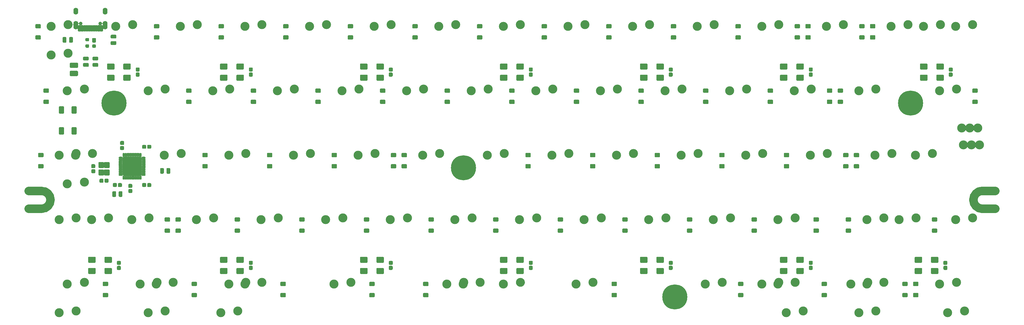
<source format=gbs>
G04 #@! TF.GenerationSoftware,KiCad,Pcbnew,(5.1.10)-1*
G04 #@! TF.CreationDate,2021-06-19T15:41:07+07:00*
G04 #@! TF.ProjectId,Voyager60,566f7961-6765-4723-9630-2e6b69636164,rev?*
G04 #@! TF.SameCoordinates,Original*
G04 #@! TF.FileFunction,Soldermask,Bot*
G04 #@! TF.FilePolarity,Negative*
%FSLAX46Y46*%
G04 Gerber Fmt 4.6, Leading zero omitted, Abs format (unit mm)*
G04 Created by KiCad (PCBNEW (5.1.10)-1) date 2021-06-19 15:41:07*
%MOMM*%
%LPD*%
G01*
G04 APERTURE LIST*
%ADD10C,2.501900*%
%ADD11C,2.650000*%
%ADD12C,1.400000*%
%ADD13C,7.400240*%
%ADD14C,7.401300*%
%ADD15O,1.400000X2.000000*%
%ADD16O,1.400000X2.500000*%
%ADD17C,1.050000*%
%ADD18C,0.100000*%
G04 APERTURE END LIST*
D10*
X22600000Y-81700950D02*
X26400000Y-81700950D01*
X22600000Y-76399050D02*
X26400000Y-76399050D01*
X303800000Y-81700950D02*
X307650000Y-81700950D01*
X303800000Y-76399050D02*
X307600000Y-76399050D01*
X26400000Y-81700950D02*
G75*
G03*
X29050950Y-79050000I0J2650950D01*
G01*
X29050950Y-79050000D02*
G75*
G03*
X26400000Y-76399050I-2650950J0D01*
G01*
X303800000Y-81700950D02*
G75*
G02*
X301149050Y-79050000I0J2650950D01*
G01*
X301149050Y-79050000D02*
G75*
G02*
X303800000Y-76399050I2650950J0D01*
G01*
X22600000Y-81700950D02*
X26400000Y-81700950D01*
X22600000Y-76399050D02*
X26400000Y-76399050D01*
X303800000Y-81700950D02*
X307650000Y-81700950D01*
X303800000Y-76399050D02*
X307600000Y-76399050D01*
X26400000Y-81700950D02*
G75*
G03*
X29050950Y-79050000I0J2650950D01*
G01*
X29050950Y-79050000D02*
G75*
G03*
X26400000Y-76399050I-2650950J0D01*
G01*
X303800000Y-81700950D02*
G75*
G02*
X301149050Y-79050000I0J2650950D01*
G01*
X301149050Y-79050000D02*
G75*
G02*
X303800000Y-76399050I2650950J0D01*
G01*
D11*
X300568750Y-62825000D03*
X300068750Y-57825000D03*
X34012500Y-74350000D03*
X39012500Y-73850000D03*
X67587500Y-65350000D03*
X62587500Y-65850000D03*
G36*
G01*
X52203000Y-74342000D02*
X52953000Y-74342000D01*
G75*
G02*
X53153000Y-74542000I0J-200000D01*
G01*
X53153000Y-75342000D01*
G75*
G02*
X52953000Y-75542000I-200000J0D01*
G01*
X52203000Y-75542000D01*
G75*
G02*
X52003000Y-75342000I0J200000D01*
G01*
X52003000Y-74542000D01*
G75*
G02*
X52203000Y-74342000I200000J0D01*
G01*
G37*
G36*
G01*
X52203000Y-75842000D02*
X52953000Y-75842000D01*
G75*
G02*
X53153000Y-76042000I0J-200000D01*
G01*
X53153000Y-76842000D01*
G75*
G02*
X52953000Y-77042000I-200000J0D01*
G01*
X52203000Y-77042000D01*
G75*
G02*
X52003000Y-76842000I0J200000D01*
G01*
X52003000Y-76042000D01*
G75*
G02*
X52203000Y-75842000I200000J0D01*
G01*
G37*
G36*
G01*
X26000000Y-31668750D02*
X24800000Y-31668750D01*
G75*
G02*
X24600000Y-31468750I0J200000D01*
G01*
X24600000Y-30568750D01*
G75*
G02*
X24800000Y-30368750I200000J0D01*
G01*
X26000000Y-30368750D01*
G75*
G02*
X26200000Y-30568750I0J-200000D01*
G01*
X26200000Y-31468750D01*
G75*
G02*
X26000000Y-31668750I-200000J0D01*
G01*
G37*
G36*
G01*
X26000000Y-28368750D02*
X24800000Y-28368750D01*
G75*
G02*
X24600000Y-28168750I0J200000D01*
G01*
X24600000Y-27268750D01*
G75*
G02*
X24800000Y-27068750I200000J0D01*
G01*
X26000000Y-27068750D01*
G75*
G02*
X26200000Y-27268750I0J-200000D01*
G01*
X26200000Y-28168750D01*
G75*
G02*
X26000000Y-28368750I-200000J0D01*
G01*
G37*
G36*
G01*
X60925000Y-31668750D02*
X59725000Y-31668750D01*
G75*
G02*
X59525000Y-31468750I0J200000D01*
G01*
X59525000Y-30568750D01*
G75*
G02*
X59725000Y-30368750I200000J0D01*
G01*
X60925000Y-30368750D01*
G75*
G02*
X61125000Y-30568750I0J-200000D01*
G01*
X61125000Y-31468750D01*
G75*
G02*
X60925000Y-31668750I-200000J0D01*
G01*
G37*
G36*
G01*
X60925000Y-28368750D02*
X59725000Y-28368750D01*
G75*
G02*
X59525000Y-28168750I0J200000D01*
G01*
X59525000Y-27268750D01*
G75*
G02*
X59725000Y-27068750I200000J0D01*
G01*
X60925000Y-27068750D01*
G75*
G02*
X61125000Y-27268750I0J-200000D01*
G01*
X61125000Y-28168750D01*
G75*
G02*
X60925000Y-28368750I-200000J0D01*
G01*
G37*
G36*
G01*
X79975000Y-28368750D02*
X78775000Y-28368750D01*
G75*
G02*
X78575000Y-28168750I0J200000D01*
G01*
X78575000Y-27268750D01*
G75*
G02*
X78775000Y-27068750I200000J0D01*
G01*
X79975000Y-27068750D01*
G75*
G02*
X80175000Y-27268750I0J-200000D01*
G01*
X80175000Y-28168750D01*
G75*
G02*
X79975000Y-28368750I-200000J0D01*
G01*
G37*
G36*
G01*
X79975000Y-31668750D02*
X78775000Y-31668750D01*
G75*
G02*
X78575000Y-31468750I0J200000D01*
G01*
X78575000Y-30568750D01*
G75*
G02*
X78775000Y-30368750I200000J0D01*
G01*
X79975000Y-30368750D01*
G75*
G02*
X80175000Y-30568750I0J-200000D01*
G01*
X80175000Y-31468750D01*
G75*
G02*
X79975000Y-31668750I-200000J0D01*
G01*
G37*
G36*
G01*
X99025000Y-31668750D02*
X97825000Y-31668750D01*
G75*
G02*
X97625000Y-31468750I0J200000D01*
G01*
X97625000Y-30568750D01*
G75*
G02*
X97825000Y-30368750I200000J0D01*
G01*
X99025000Y-30368750D01*
G75*
G02*
X99225000Y-30568750I0J-200000D01*
G01*
X99225000Y-31468750D01*
G75*
G02*
X99025000Y-31668750I-200000J0D01*
G01*
G37*
G36*
G01*
X99025000Y-28368750D02*
X97825000Y-28368750D01*
G75*
G02*
X97625000Y-28168750I0J200000D01*
G01*
X97625000Y-27268750D01*
G75*
G02*
X97825000Y-27068750I200000J0D01*
G01*
X99025000Y-27068750D01*
G75*
G02*
X99225000Y-27268750I0J-200000D01*
G01*
X99225000Y-28168750D01*
G75*
G02*
X99025000Y-28368750I-200000J0D01*
G01*
G37*
G36*
G01*
X118075000Y-28368750D02*
X116875000Y-28368750D01*
G75*
G02*
X116675000Y-28168750I0J200000D01*
G01*
X116675000Y-27268750D01*
G75*
G02*
X116875000Y-27068750I200000J0D01*
G01*
X118075000Y-27068750D01*
G75*
G02*
X118275000Y-27268750I0J-200000D01*
G01*
X118275000Y-28168750D01*
G75*
G02*
X118075000Y-28368750I-200000J0D01*
G01*
G37*
G36*
G01*
X118075000Y-31668750D02*
X116875000Y-31668750D01*
G75*
G02*
X116675000Y-31468750I0J200000D01*
G01*
X116675000Y-30568750D01*
G75*
G02*
X116875000Y-30368750I200000J0D01*
G01*
X118075000Y-30368750D01*
G75*
G02*
X118275000Y-30568750I0J-200000D01*
G01*
X118275000Y-31468750D01*
G75*
G02*
X118075000Y-31668750I-200000J0D01*
G01*
G37*
G36*
G01*
X137125000Y-31668750D02*
X135925000Y-31668750D01*
G75*
G02*
X135725000Y-31468750I0J200000D01*
G01*
X135725000Y-30568750D01*
G75*
G02*
X135925000Y-30368750I200000J0D01*
G01*
X137125000Y-30368750D01*
G75*
G02*
X137325000Y-30568750I0J-200000D01*
G01*
X137325000Y-31468750D01*
G75*
G02*
X137125000Y-31668750I-200000J0D01*
G01*
G37*
G36*
G01*
X137125000Y-28368750D02*
X135925000Y-28368750D01*
G75*
G02*
X135725000Y-28168750I0J200000D01*
G01*
X135725000Y-27268750D01*
G75*
G02*
X135925000Y-27068750I200000J0D01*
G01*
X137125000Y-27068750D01*
G75*
G02*
X137325000Y-27268750I0J-200000D01*
G01*
X137325000Y-28168750D01*
G75*
G02*
X137125000Y-28368750I-200000J0D01*
G01*
G37*
G36*
G01*
X156175000Y-28368750D02*
X154975000Y-28368750D01*
G75*
G02*
X154775000Y-28168750I0J200000D01*
G01*
X154775000Y-27268750D01*
G75*
G02*
X154975000Y-27068750I200000J0D01*
G01*
X156175000Y-27068750D01*
G75*
G02*
X156375000Y-27268750I0J-200000D01*
G01*
X156375000Y-28168750D01*
G75*
G02*
X156175000Y-28368750I-200000J0D01*
G01*
G37*
G36*
G01*
X156175000Y-31668750D02*
X154975000Y-31668750D01*
G75*
G02*
X154775000Y-31468750I0J200000D01*
G01*
X154775000Y-30568750D01*
G75*
G02*
X154975000Y-30368750I200000J0D01*
G01*
X156175000Y-30368750D01*
G75*
G02*
X156375000Y-30568750I0J-200000D01*
G01*
X156375000Y-31468750D01*
G75*
G02*
X156175000Y-31668750I-200000J0D01*
G01*
G37*
G36*
G01*
X175225000Y-31668750D02*
X174025000Y-31668750D01*
G75*
G02*
X173825000Y-31468750I0J200000D01*
G01*
X173825000Y-30568750D01*
G75*
G02*
X174025000Y-30368750I200000J0D01*
G01*
X175225000Y-30368750D01*
G75*
G02*
X175425000Y-30568750I0J-200000D01*
G01*
X175425000Y-31468750D01*
G75*
G02*
X175225000Y-31668750I-200000J0D01*
G01*
G37*
G36*
G01*
X175225000Y-28368750D02*
X174025000Y-28368750D01*
G75*
G02*
X173825000Y-28168750I0J200000D01*
G01*
X173825000Y-27268750D01*
G75*
G02*
X174025000Y-27068750I200000J0D01*
G01*
X175225000Y-27068750D01*
G75*
G02*
X175425000Y-27268750I0J-200000D01*
G01*
X175425000Y-28168750D01*
G75*
G02*
X175225000Y-28368750I-200000J0D01*
G01*
G37*
G36*
G01*
X194275000Y-31668750D02*
X193075000Y-31668750D01*
G75*
G02*
X192875000Y-31468750I0J200000D01*
G01*
X192875000Y-30568750D01*
G75*
G02*
X193075000Y-30368750I200000J0D01*
G01*
X194275000Y-30368750D01*
G75*
G02*
X194475000Y-30568750I0J-200000D01*
G01*
X194475000Y-31468750D01*
G75*
G02*
X194275000Y-31668750I-200000J0D01*
G01*
G37*
G36*
G01*
X194275000Y-28368750D02*
X193075000Y-28368750D01*
G75*
G02*
X192875000Y-28168750I0J200000D01*
G01*
X192875000Y-27268750D01*
G75*
G02*
X193075000Y-27068750I200000J0D01*
G01*
X194275000Y-27068750D01*
G75*
G02*
X194475000Y-27268750I0J-200000D01*
G01*
X194475000Y-28168750D01*
G75*
G02*
X194275000Y-28368750I-200000J0D01*
G01*
G37*
G36*
G01*
X213325000Y-31668750D02*
X212125000Y-31668750D01*
G75*
G02*
X211925000Y-31468750I0J200000D01*
G01*
X211925000Y-30568750D01*
G75*
G02*
X212125000Y-30368750I200000J0D01*
G01*
X213325000Y-30368750D01*
G75*
G02*
X213525000Y-30568750I0J-200000D01*
G01*
X213525000Y-31468750D01*
G75*
G02*
X213325000Y-31668750I-200000J0D01*
G01*
G37*
G36*
G01*
X213325000Y-28368750D02*
X212125000Y-28368750D01*
G75*
G02*
X211925000Y-28168750I0J200000D01*
G01*
X211925000Y-27268750D01*
G75*
G02*
X212125000Y-27068750I200000J0D01*
G01*
X213325000Y-27068750D01*
G75*
G02*
X213525000Y-27268750I0J-200000D01*
G01*
X213525000Y-28168750D01*
G75*
G02*
X213325000Y-28368750I-200000J0D01*
G01*
G37*
G36*
G01*
X232375000Y-28368750D02*
X231175000Y-28368750D01*
G75*
G02*
X230975000Y-28168750I0J200000D01*
G01*
X230975000Y-27268750D01*
G75*
G02*
X231175000Y-27068750I200000J0D01*
G01*
X232375000Y-27068750D01*
G75*
G02*
X232575000Y-27268750I0J-200000D01*
G01*
X232575000Y-28168750D01*
G75*
G02*
X232375000Y-28368750I-200000J0D01*
G01*
G37*
G36*
G01*
X232375000Y-31668750D02*
X231175000Y-31668750D01*
G75*
G02*
X230975000Y-31468750I0J200000D01*
G01*
X230975000Y-30568750D01*
G75*
G02*
X231175000Y-30368750I200000J0D01*
G01*
X232375000Y-30368750D01*
G75*
G02*
X232575000Y-30568750I0J-200000D01*
G01*
X232575000Y-31468750D01*
G75*
G02*
X232375000Y-31668750I-200000J0D01*
G01*
G37*
G36*
G01*
X249837500Y-31668750D02*
X248637500Y-31668750D01*
G75*
G02*
X248437500Y-31468750I0J200000D01*
G01*
X248437500Y-30568750D01*
G75*
G02*
X248637500Y-30368750I200000J0D01*
G01*
X249837500Y-30368750D01*
G75*
G02*
X250037500Y-30568750I0J-200000D01*
G01*
X250037500Y-31468750D01*
G75*
G02*
X249837500Y-31668750I-200000J0D01*
G01*
G37*
G36*
G01*
X249837500Y-28368750D02*
X248637500Y-28368750D01*
G75*
G02*
X248437500Y-28168750I0J200000D01*
G01*
X248437500Y-27268750D01*
G75*
G02*
X248637500Y-27068750I200000J0D01*
G01*
X249837500Y-27068750D01*
G75*
G02*
X250037500Y-27268750I0J-200000D01*
G01*
X250037500Y-28168750D01*
G75*
G02*
X249837500Y-28368750I-200000J0D01*
G01*
G37*
G36*
G01*
X253012500Y-31668750D02*
X251812500Y-31668750D01*
G75*
G02*
X251612500Y-31468750I0J200000D01*
G01*
X251612500Y-30568750D01*
G75*
G02*
X251812500Y-30368750I200000J0D01*
G01*
X253012500Y-30368750D01*
G75*
G02*
X253212500Y-30568750I0J-200000D01*
G01*
X253212500Y-31468750D01*
G75*
G02*
X253012500Y-31668750I-200000J0D01*
G01*
G37*
G36*
G01*
X253012500Y-28368750D02*
X251812500Y-28368750D01*
G75*
G02*
X251612500Y-28168750I0J200000D01*
G01*
X251612500Y-27268750D01*
G75*
G02*
X251812500Y-27068750I200000J0D01*
G01*
X253012500Y-27068750D01*
G75*
G02*
X253212500Y-27268750I0J-200000D01*
G01*
X253212500Y-28168750D01*
G75*
G02*
X253012500Y-28368750I-200000J0D01*
G01*
G37*
G36*
G01*
X272062500Y-28368750D02*
X270862500Y-28368750D01*
G75*
G02*
X270662500Y-28168750I0J200000D01*
G01*
X270662500Y-27268750D01*
G75*
G02*
X270862500Y-27068750I200000J0D01*
G01*
X272062500Y-27068750D01*
G75*
G02*
X272262500Y-27268750I0J-200000D01*
G01*
X272262500Y-28168750D01*
G75*
G02*
X272062500Y-28368750I-200000J0D01*
G01*
G37*
G36*
G01*
X272062500Y-31668750D02*
X270862500Y-31668750D01*
G75*
G02*
X270662500Y-31468750I0J200000D01*
G01*
X270662500Y-30568750D01*
G75*
G02*
X270862500Y-30368750I200000J0D01*
G01*
X272062500Y-30368750D01*
G75*
G02*
X272262500Y-30568750I0J-200000D01*
G01*
X272262500Y-31468750D01*
G75*
G02*
X272062500Y-31668750I-200000J0D01*
G01*
G37*
G36*
G01*
X28381250Y-50718750D02*
X27181250Y-50718750D01*
G75*
G02*
X26981250Y-50518750I0J200000D01*
G01*
X26981250Y-49618750D01*
G75*
G02*
X27181250Y-49418750I200000J0D01*
G01*
X28381250Y-49418750D01*
G75*
G02*
X28581250Y-49618750I0J-200000D01*
G01*
X28581250Y-50518750D01*
G75*
G02*
X28381250Y-50718750I-200000J0D01*
G01*
G37*
G36*
G01*
X28381250Y-47418750D02*
X27181250Y-47418750D01*
G75*
G02*
X26981250Y-47218750I0J200000D01*
G01*
X26981250Y-46318750D01*
G75*
G02*
X27181250Y-46118750I200000J0D01*
G01*
X28381250Y-46118750D01*
G75*
G02*
X28581250Y-46318750I0J-200000D01*
G01*
X28581250Y-47218750D01*
G75*
G02*
X28381250Y-47418750I-200000J0D01*
G01*
G37*
G36*
G01*
X70450000Y-50718750D02*
X69250000Y-50718750D01*
G75*
G02*
X69050000Y-50518750I0J200000D01*
G01*
X69050000Y-49618750D01*
G75*
G02*
X69250000Y-49418750I200000J0D01*
G01*
X70450000Y-49418750D01*
G75*
G02*
X70650000Y-49618750I0J-200000D01*
G01*
X70650000Y-50518750D01*
G75*
G02*
X70450000Y-50718750I-200000J0D01*
G01*
G37*
G36*
G01*
X70450000Y-47418750D02*
X69250000Y-47418750D01*
G75*
G02*
X69050000Y-47218750I0J200000D01*
G01*
X69050000Y-46318750D01*
G75*
G02*
X69250000Y-46118750I200000J0D01*
G01*
X70450000Y-46118750D01*
G75*
G02*
X70650000Y-46318750I0J-200000D01*
G01*
X70650000Y-47218750D01*
G75*
G02*
X70450000Y-47418750I-200000J0D01*
G01*
G37*
G36*
G01*
X89500000Y-50718750D02*
X88300000Y-50718750D01*
G75*
G02*
X88100000Y-50518750I0J200000D01*
G01*
X88100000Y-49618750D01*
G75*
G02*
X88300000Y-49418750I200000J0D01*
G01*
X89500000Y-49418750D01*
G75*
G02*
X89700000Y-49618750I0J-200000D01*
G01*
X89700000Y-50518750D01*
G75*
G02*
X89500000Y-50718750I-200000J0D01*
G01*
G37*
G36*
G01*
X89500000Y-47418750D02*
X88300000Y-47418750D01*
G75*
G02*
X88100000Y-47218750I0J200000D01*
G01*
X88100000Y-46318750D01*
G75*
G02*
X88300000Y-46118750I200000J0D01*
G01*
X89500000Y-46118750D01*
G75*
G02*
X89700000Y-46318750I0J-200000D01*
G01*
X89700000Y-47218750D01*
G75*
G02*
X89500000Y-47418750I-200000J0D01*
G01*
G37*
G36*
G01*
X108550000Y-47418750D02*
X107350000Y-47418750D01*
G75*
G02*
X107150000Y-47218750I0J200000D01*
G01*
X107150000Y-46318750D01*
G75*
G02*
X107350000Y-46118750I200000J0D01*
G01*
X108550000Y-46118750D01*
G75*
G02*
X108750000Y-46318750I0J-200000D01*
G01*
X108750000Y-47218750D01*
G75*
G02*
X108550000Y-47418750I-200000J0D01*
G01*
G37*
G36*
G01*
X108550000Y-50718750D02*
X107350000Y-50718750D01*
G75*
G02*
X107150000Y-50518750I0J200000D01*
G01*
X107150000Y-49618750D01*
G75*
G02*
X107350000Y-49418750I200000J0D01*
G01*
X108550000Y-49418750D01*
G75*
G02*
X108750000Y-49618750I0J-200000D01*
G01*
X108750000Y-50518750D01*
G75*
G02*
X108550000Y-50718750I-200000J0D01*
G01*
G37*
G36*
G01*
X127600000Y-47418750D02*
X126400000Y-47418750D01*
G75*
G02*
X126200000Y-47218750I0J200000D01*
G01*
X126200000Y-46318750D01*
G75*
G02*
X126400000Y-46118750I200000J0D01*
G01*
X127600000Y-46118750D01*
G75*
G02*
X127800000Y-46318750I0J-200000D01*
G01*
X127800000Y-47218750D01*
G75*
G02*
X127600000Y-47418750I-200000J0D01*
G01*
G37*
G36*
G01*
X127600000Y-50718750D02*
X126400000Y-50718750D01*
G75*
G02*
X126200000Y-50518750I0J200000D01*
G01*
X126200000Y-49618750D01*
G75*
G02*
X126400000Y-49418750I200000J0D01*
G01*
X127600000Y-49418750D01*
G75*
G02*
X127800000Y-49618750I0J-200000D01*
G01*
X127800000Y-50518750D01*
G75*
G02*
X127600000Y-50718750I-200000J0D01*
G01*
G37*
G36*
G01*
X146650000Y-50718750D02*
X145450000Y-50718750D01*
G75*
G02*
X145250000Y-50518750I0J200000D01*
G01*
X145250000Y-49618750D01*
G75*
G02*
X145450000Y-49418750I200000J0D01*
G01*
X146650000Y-49418750D01*
G75*
G02*
X146850000Y-49618750I0J-200000D01*
G01*
X146850000Y-50518750D01*
G75*
G02*
X146650000Y-50718750I-200000J0D01*
G01*
G37*
G36*
G01*
X146650000Y-47418750D02*
X145450000Y-47418750D01*
G75*
G02*
X145250000Y-47218750I0J200000D01*
G01*
X145250000Y-46318750D01*
G75*
G02*
X145450000Y-46118750I200000J0D01*
G01*
X146650000Y-46118750D01*
G75*
G02*
X146850000Y-46318750I0J-200000D01*
G01*
X146850000Y-47218750D01*
G75*
G02*
X146650000Y-47418750I-200000J0D01*
G01*
G37*
G36*
G01*
X165700000Y-47418750D02*
X164500000Y-47418750D01*
G75*
G02*
X164300000Y-47218750I0J200000D01*
G01*
X164300000Y-46318750D01*
G75*
G02*
X164500000Y-46118750I200000J0D01*
G01*
X165700000Y-46118750D01*
G75*
G02*
X165900000Y-46318750I0J-200000D01*
G01*
X165900000Y-47218750D01*
G75*
G02*
X165700000Y-47418750I-200000J0D01*
G01*
G37*
G36*
G01*
X165700000Y-50718750D02*
X164500000Y-50718750D01*
G75*
G02*
X164300000Y-50518750I0J200000D01*
G01*
X164300000Y-49618750D01*
G75*
G02*
X164500000Y-49418750I200000J0D01*
G01*
X165700000Y-49418750D01*
G75*
G02*
X165900000Y-49618750I0J-200000D01*
G01*
X165900000Y-50518750D01*
G75*
G02*
X165700000Y-50718750I-200000J0D01*
G01*
G37*
G36*
G01*
X184750000Y-47418750D02*
X183550000Y-47418750D01*
G75*
G02*
X183350000Y-47218750I0J200000D01*
G01*
X183350000Y-46318750D01*
G75*
G02*
X183550000Y-46118750I200000J0D01*
G01*
X184750000Y-46118750D01*
G75*
G02*
X184950000Y-46318750I0J-200000D01*
G01*
X184950000Y-47218750D01*
G75*
G02*
X184750000Y-47418750I-200000J0D01*
G01*
G37*
G36*
G01*
X184750000Y-50718750D02*
X183550000Y-50718750D01*
G75*
G02*
X183350000Y-50518750I0J200000D01*
G01*
X183350000Y-49618750D01*
G75*
G02*
X183550000Y-49418750I200000J0D01*
G01*
X184750000Y-49418750D01*
G75*
G02*
X184950000Y-49618750I0J-200000D01*
G01*
X184950000Y-50518750D01*
G75*
G02*
X184750000Y-50718750I-200000J0D01*
G01*
G37*
G36*
G01*
X203800000Y-50718750D02*
X202600000Y-50718750D01*
G75*
G02*
X202400000Y-50518750I0J200000D01*
G01*
X202400000Y-49618750D01*
G75*
G02*
X202600000Y-49418750I200000J0D01*
G01*
X203800000Y-49418750D01*
G75*
G02*
X204000000Y-49618750I0J-200000D01*
G01*
X204000000Y-50518750D01*
G75*
G02*
X203800000Y-50718750I-200000J0D01*
G01*
G37*
G36*
G01*
X203800000Y-47418750D02*
X202600000Y-47418750D01*
G75*
G02*
X202400000Y-47218750I0J200000D01*
G01*
X202400000Y-46318750D01*
G75*
G02*
X202600000Y-46118750I200000J0D01*
G01*
X203800000Y-46118750D01*
G75*
G02*
X204000000Y-46318750I0J-200000D01*
G01*
X204000000Y-47218750D01*
G75*
G02*
X203800000Y-47418750I-200000J0D01*
G01*
G37*
G36*
G01*
X222850000Y-47418750D02*
X221650000Y-47418750D01*
G75*
G02*
X221450000Y-47218750I0J200000D01*
G01*
X221450000Y-46318750D01*
G75*
G02*
X221650000Y-46118750I200000J0D01*
G01*
X222850000Y-46118750D01*
G75*
G02*
X223050000Y-46318750I0J-200000D01*
G01*
X223050000Y-47218750D01*
G75*
G02*
X222850000Y-47418750I-200000J0D01*
G01*
G37*
G36*
G01*
X222850000Y-50718750D02*
X221650000Y-50718750D01*
G75*
G02*
X221450000Y-50518750I0J200000D01*
G01*
X221450000Y-49618750D01*
G75*
G02*
X221650000Y-49418750I200000J0D01*
G01*
X222850000Y-49418750D01*
G75*
G02*
X223050000Y-49618750I0J-200000D01*
G01*
X223050000Y-50518750D01*
G75*
G02*
X222850000Y-50718750I-200000J0D01*
G01*
G37*
G36*
G01*
X241900000Y-50718750D02*
X240700000Y-50718750D01*
G75*
G02*
X240500000Y-50518750I0J200000D01*
G01*
X240500000Y-49618750D01*
G75*
G02*
X240700000Y-49418750I200000J0D01*
G01*
X241900000Y-49418750D01*
G75*
G02*
X242100000Y-49618750I0J-200000D01*
G01*
X242100000Y-50518750D01*
G75*
G02*
X241900000Y-50718750I-200000J0D01*
G01*
G37*
G36*
G01*
X241900000Y-47418750D02*
X240700000Y-47418750D01*
G75*
G02*
X240500000Y-47218750I0J200000D01*
G01*
X240500000Y-46318750D01*
G75*
G02*
X240700000Y-46118750I200000J0D01*
G01*
X241900000Y-46118750D01*
G75*
G02*
X242100000Y-46318750I0J-200000D01*
G01*
X242100000Y-47218750D01*
G75*
G02*
X241900000Y-47418750I-200000J0D01*
G01*
G37*
G36*
G01*
X259362500Y-47418750D02*
X258162500Y-47418750D01*
G75*
G02*
X257962500Y-47218750I0J200000D01*
G01*
X257962500Y-46318750D01*
G75*
G02*
X258162500Y-46118750I200000J0D01*
G01*
X259362500Y-46118750D01*
G75*
G02*
X259562500Y-46318750I0J-200000D01*
G01*
X259562500Y-47218750D01*
G75*
G02*
X259362500Y-47418750I-200000J0D01*
G01*
G37*
G36*
G01*
X259362500Y-50718750D02*
X258162500Y-50718750D01*
G75*
G02*
X257962500Y-50518750I0J200000D01*
G01*
X257962500Y-49618750D01*
G75*
G02*
X258162500Y-49418750I200000J0D01*
G01*
X259362500Y-49418750D01*
G75*
G02*
X259562500Y-49618750I0J-200000D01*
G01*
X259562500Y-50518750D01*
G75*
G02*
X259362500Y-50718750I-200000J0D01*
G01*
G37*
G36*
G01*
X262537500Y-47418750D02*
X261337500Y-47418750D01*
G75*
G02*
X261137500Y-47218750I0J200000D01*
G01*
X261137500Y-46318750D01*
G75*
G02*
X261337500Y-46118750I200000J0D01*
G01*
X262537500Y-46118750D01*
G75*
G02*
X262737500Y-46318750I0J-200000D01*
G01*
X262737500Y-47218750D01*
G75*
G02*
X262537500Y-47418750I-200000J0D01*
G01*
G37*
G36*
G01*
X262537500Y-50718750D02*
X261337500Y-50718750D01*
G75*
G02*
X261137500Y-50518750I0J200000D01*
G01*
X261137500Y-49618750D01*
G75*
G02*
X261337500Y-49418750I200000J0D01*
G01*
X262537500Y-49418750D01*
G75*
G02*
X262737500Y-49618750I0J-200000D01*
G01*
X262737500Y-50518750D01*
G75*
G02*
X262537500Y-50718750I-200000J0D01*
G01*
G37*
G36*
G01*
X302225000Y-47418750D02*
X301025000Y-47418750D01*
G75*
G02*
X300825000Y-47218750I0J200000D01*
G01*
X300825000Y-46318750D01*
G75*
G02*
X301025000Y-46118750I200000J0D01*
G01*
X302225000Y-46118750D01*
G75*
G02*
X302425000Y-46318750I0J-200000D01*
G01*
X302425000Y-47218750D01*
G75*
G02*
X302225000Y-47418750I-200000J0D01*
G01*
G37*
G36*
G01*
X302225000Y-50718750D02*
X301025000Y-50718750D01*
G75*
G02*
X300825000Y-50518750I0J200000D01*
G01*
X300825000Y-49618750D01*
G75*
G02*
X301025000Y-49418750I200000J0D01*
G01*
X302225000Y-49418750D01*
G75*
G02*
X302425000Y-49618750I0J-200000D01*
G01*
X302425000Y-50518750D01*
G75*
G02*
X302225000Y-50718750I-200000J0D01*
G01*
G37*
G36*
G01*
X281587500Y-107868750D02*
X280387500Y-107868750D01*
G75*
G02*
X280187500Y-107668750I0J200000D01*
G01*
X280187500Y-106768750D01*
G75*
G02*
X280387500Y-106568750I200000J0D01*
G01*
X281587500Y-106568750D01*
G75*
G02*
X281787500Y-106768750I0J-200000D01*
G01*
X281787500Y-107668750D01*
G75*
G02*
X281587500Y-107868750I-200000J0D01*
G01*
G37*
G36*
G01*
X281587500Y-104568750D02*
X280387500Y-104568750D01*
G75*
G02*
X280187500Y-104368750I0J200000D01*
G01*
X280187500Y-103468750D01*
G75*
G02*
X280387500Y-103268750I200000J0D01*
G01*
X281587500Y-103268750D01*
G75*
G02*
X281787500Y-103468750I0J-200000D01*
G01*
X281787500Y-104368750D01*
G75*
G02*
X281587500Y-104568750I-200000J0D01*
G01*
G37*
G36*
G01*
X26793750Y-69768750D02*
X25593750Y-69768750D01*
G75*
G02*
X25393750Y-69568750I0J200000D01*
G01*
X25393750Y-68668750D01*
G75*
G02*
X25593750Y-68468750I200000J0D01*
G01*
X26793750Y-68468750D01*
G75*
G02*
X26993750Y-68668750I0J-200000D01*
G01*
X26993750Y-69568750D01*
G75*
G02*
X26793750Y-69768750I-200000J0D01*
G01*
G37*
G36*
G01*
X26793750Y-66468750D02*
X25593750Y-66468750D01*
G75*
G02*
X25393750Y-66268750I0J200000D01*
G01*
X25393750Y-65368750D01*
G75*
G02*
X25593750Y-65168750I200000J0D01*
G01*
X26793750Y-65168750D01*
G75*
G02*
X26993750Y-65368750I0J-200000D01*
G01*
X26993750Y-66268750D01*
G75*
G02*
X26793750Y-66468750I-200000J0D01*
G01*
G37*
G36*
G01*
X75212500Y-66468750D02*
X74012500Y-66468750D01*
G75*
G02*
X73812500Y-66268750I0J200000D01*
G01*
X73812500Y-65368750D01*
G75*
G02*
X74012500Y-65168750I200000J0D01*
G01*
X75212500Y-65168750D01*
G75*
G02*
X75412500Y-65368750I0J-200000D01*
G01*
X75412500Y-66268750D01*
G75*
G02*
X75212500Y-66468750I-200000J0D01*
G01*
G37*
G36*
G01*
X75212500Y-69768750D02*
X74012500Y-69768750D01*
G75*
G02*
X73812500Y-69568750I0J200000D01*
G01*
X73812500Y-68668750D01*
G75*
G02*
X74012500Y-68468750I200000J0D01*
G01*
X75212500Y-68468750D01*
G75*
G02*
X75412500Y-68668750I0J-200000D01*
G01*
X75412500Y-69568750D01*
G75*
G02*
X75212500Y-69768750I-200000J0D01*
G01*
G37*
G36*
G01*
X94262500Y-66468750D02*
X93062500Y-66468750D01*
G75*
G02*
X92862500Y-66268750I0J200000D01*
G01*
X92862500Y-65368750D01*
G75*
G02*
X93062500Y-65168750I200000J0D01*
G01*
X94262500Y-65168750D01*
G75*
G02*
X94462500Y-65368750I0J-200000D01*
G01*
X94462500Y-66268750D01*
G75*
G02*
X94262500Y-66468750I-200000J0D01*
G01*
G37*
G36*
G01*
X94262500Y-69768750D02*
X93062500Y-69768750D01*
G75*
G02*
X92862500Y-69568750I0J200000D01*
G01*
X92862500Y-68668750D01*
G75*
G02*
X93062500Y-68468750I200000J0D01*
G01*
X94262500Y-68468750D01*
G75*
G02*
X94462500Y-68668750I0J-200000D01*
G01*
X94462500Y-69568750D01*
G75*
G02*
X94262500Y-69768750I-200000J0D01*
G01*
G37*
G36*
G01*
X113312500Y-69768750D02*
X112112500Y-69768750D01*
G75*
G02*
X111912500Y-69568750I0J200000D01*
G01*
X111912500Y-68668750D01*
G75*
G02*
X112112500Y-68468750I200000J0D01*
G01*
X113312500Y-68468750D01*
G75*
G02*
X113512500Y-68668750I0J-200000D01*
G01*
X113512500Y-69568750D01*
G75*
G02*
X113312500Y-69768750I-200000J0D01*
G01*
G37*
G36*
G01*
X113312500Y-66468750D02*
X112112500Y-66468750D01*
G75*
G02*
X111912500Y-66268750I0J200000D01*
G01*
X111912500Y-65368750D01*
G75*
G02*
X112112500Y-65168750I200000J0D01*
G01*
X113312500Y-65168750D01*
G75*
G02*
X113512500Y-65368750I0J-200000D01*
G01*
X113512500Y-66268750D01*
G75*
G02*
X113312500Y-66468750I-200000J0D01*
G01*
G37*
G36*
G01*
X130775000Y-69768750D02*
X129575000Y-69768750D01*
G75*
G02*
X129375000Y-69568750I0J200000D01*
G01*
X129375000Y-68668750D01*
G75*
G02*
X129575000Y-68468750I200000J0D01*
G01*
X130775000Y-68468750D01*
G75*
G02*
X130975000Y-68668750I0J-200000D01*
G01*
X130975000Y-69568750D01*
G75*
G02*
X130775000Y-69768750I-200000J0D01*
G01*
G37*
G36*
G01*
X130775000Y-66468750D02*
X129575000Y-66468750D01*
G75*
G02*
X129375000Y-66268750I0J200000D01*
G01*
X129375000Y-65368750D01*
G75*
G02*
X129575000Y-65168750I200000J0D01*
G01*
X130775000Y-65168750D01*
G75*
G02*
X130975000Y-65368750I0J-200000D01*
G01*
X130975000Y-66268750D01*
G75*
G02*
X130775000Y-66468750I-200000J0D01*
G01*
G37*
G36*
G01*
X133950000Y-69768750D02*
X132750000Y-69768750D01*
G75*
G02*
X132550000Y-69568750I0J200000D01*
G01*
X132550000Y-68668750D01*
G75*
G02*
X132750000Y-68468750I200000J0D01*
G01*
X133950000Y-68468750D01*
G75*
G02*
X134150000Y-68668750I0J-200000D01*
G01*
X134150000Y-69568750D01*
G75*
G02*
X133950000Y-69768750I-200000J0D01*
G01*
G37*
G36*
G01*
X133950000Y-66468750D02*
X132750000Y-66468750D01*
G75*
G02*
X132550000Y-66268750I0J200000D01*
G01*
X132550000Y-65368750D01*
G75*
G02*
X132750000Y-65168750I200000J0D01*
G01*
X133950000Y-65168750D01*
G75*
G02*
X134150000Y-65368750I0J-200000D01*
G01*
X134150000Y-66268750D01*
G75*
G02*
X133950000Y-66468750I-200000J0D01*
G01*
G37*
G36*
G01*
X170462500Y-66468750D02*
X169262500Y-66468750D01*
G75*
G02*
X169062500Y-66268750I0J200000D01*
G01*
X169062500Y-65368750D01*
G75*
G02*
X169262500Y-65168750I200000J0D01*
G01*
X170462500Y-65168750D01*
G75*
G02*
X170662500Y-65368750I0J-200000D01*
G01*
X170662500Y-66268750D01*
G75*
G02*
X170462500Y-66468750I-200000J0D01*
G01*
G37*
G36*
G01*
X170462500Y-69768750D02*
X169262500Y-69768750D01*
G75*
G02*
X169062500Y-69568750I0J200000D01*
G01*
X169062500Y-68668750D01*
G75*
G02*
X169262500Y-68468750I200000J0D01*
G01*
X170462500Y-68468750D01*
G75*
G02*
X170662500Y-68668750I0J-200000D01*
G01*
X170662500Y-69568750D01*
G75*
G02*
X170462500Y-69768750I-200000J0D01*
G01*
G37*
G36*
G01*
X189512500Y-66468750D02*
X188312500Y-66468750D01*
G75*
G02*
X188112500Y-66268750I0J200000D01*
G01*
X188112500Y-65368750D01*
G75*
G02*
X188312500Y-65168750I200000J0D01*
G01*
X189512500Y-65168750D01*
G75*
G02*
X189712500Y-65368750I0J-200000D01*
G01*
X189712500Y-66268750D01*
G75*
G02*
X189512500Y-66468750I-200000J0D01*
G01*
G37*
G36*
G01*
X189512500Y-69768750D02*
X188312500Y-69768750D01*
G75*
G02*
X188112500Y-69568750I0J200000D01*
G01*
X188112500Y-68668750D01*
G75*
G02*
X188312500Y-68468750I200000J0D01*
G01*
X189512500Y-68468750D01*
G75*
G02*
X189712500Y-68668750I0J-200000D01*
G01*
X189712500Y-69568750D01*
G75*
G02*
X189512500Y-69768750I-200000J0D01*
G01*
G37*
G36*
G01*
X208562500Y-66468750D02*
X207362500Y-66468750D01*
G75*
G02*
X207162500Y-66268750I0J200000D01*
G01*
X207162500Y-65368750D01*
G75*
G02*
X207362500Y-65168750I200000J0D01*
G01*
X208562500Y-65168750D01*
G75*
G02*
X208762500Y-65368750I0J-200000D01*
G01*
X208762500Y-66268750D01*
G75*
G02*
X208562500Y-66468750I-200000J0D01*
G01*
G37*
G36*
G01*
X208562500Y-69768750D02*
X207362500Y-69768750D01*
G75*
G02*
X207162500Y-69568750I0J200000D01*
G01*
X207162500Y-68668750D01*
G75*
G02*
X207362500Y-68468750I200000J0D01*
G01*
X208562500Y-68468750D01*
G75*
G02*
X208762500Y-68668750I0J-200000D01*
G01*
X208762500Y-69568750D01*
G75*
G02*
X208562500Y-69768750I-200000J0D01*
G01*
G37*
G36*
G01*
X227612500Y-69768750D02*
X226412500Y-69768750D01*
G75*
G02*
X226212500Y-69568750I0J200000D01*
G01*
X226212500Y-68668750D01*
G75*
G02*
X226412500Y-68468750I200000J0D01*
G01*
X227612500Y-68468750D01*
G75*
G02*
X227812500Y-68668750I0J-200000D01*
G01*
X227812500Y-69568750D01*
G75*
G02*
X227612500Y-69768750I-200000J0D01*
G01*
G37*
G36*
G01*
X227612500Y-66468750D02*
X226412500Y-66468750D01*
G75*
G02*
X226212500Y-66268750I0J200000D01*
G01*
X226212500Y-65368750D01*
G75*
G02*
X226412500Y-65168750I200000J0D01*
G01*
X227612500Y-65168750D01*
G75*
G02*
X227812500Y-65368750I0J-200000D01*
G01*
X227812500Y-66268750D01*
G75*
G02*
X227612500Y-66468750I-200000J0D01*
G01*
G37*
G36*
G01*
X246662500Y-66468750D02*
X245462500Y-66468750D01*
G75*
G02*
X245262500Y-66268750I0J200000D01*
G01*
X245262500Y-65368750D01*
G75*
G02*
X245462500Y-65168750I200000J0D01*
G01*
X246662500Y-65168750D01*
G75*
G02*
X246862500Y-65368750I0J-200000D01*
G01*
X246862500Y-66268750D01*
G75*
G02*
X246662500Y-66468750I-200000J0D01*
G01*
G37*
G36*
G01*
X246662500Y-69768750D02*
X245462500Y-69768750D01*
G75*
G02*
X245262500Y-69568750I0J200000D01*
G01*
X245262500Y-68668750D01*
G75*
G02*
X245462500Y-68468750I200000J0D01*
G01*
X246662500Y-68468750D01*
G75*
G02*
X246862500Y-68668750I0J-200000D01*
G01*
X246862500Y-69568750D01*
G75*
G02*
X246662500Y-69768750I-200000J0D01*
G01*
G37*
G36*
G01*
X264125000Y-66468750D02*
X262925000Y-66468750D01*
G75*
G02*
X262725000Y-66268750I0J200000D01*
G01*
X262725000Y-65368750D01*
G75*
G02*
X262925000Y-65168750I200000J0D01*
G01*
X264125000Y-65168750D01*
G75*
G02*
X264325000Y-65368750I0J-200000D01*
G01*
X264325000Y-66268750D01*
G75*
G02*
X264125000Y-66468750I-200000J0D01*
G01*
G37*
G36*
G01*
X264125000Y-69768750D02*
X262925000Y-69768750D01*
G75*
G02*
X262725000Y-69568750I0J200000D01*
G01*
X262725000Y-68668750D01*
G75*
G02*
X262925000Y-68468750I200000J0D01*
G01*
X264125000Y-68468750D01*
G75*
G02*
X264325000Y-68668750I0J-200000D01*
G01*
X264325000Y-69568750D01*
G75*
G02*
X264125000Y-69768750I-200000J0D01*
G01*
G37*
G36*
G01*
X267300000Y-66468750D02*
X266100000Y-66468750D01*
G75*
G02*
X265900000Y-66268750I0J200000D01*
G01*
X265900000Y-65368750D01*
G75*
G02*
X266100000Y-65168750I200000J0D01*
G01*
X267300000Y-65168750D01*
G75*
G02*
X267500000Y-65368750I0J-200000D01*
G01*
X267500000Y-66268750D01*
G75*
G02*
X267300000Y-66468750I-200000J0D01*
G01*
G37*
G36*
G01*
X267300000Y-69768750D02*
X266100000Y-69768750D01*
G75*
G02*
X265900000Y-69568750I0J200000D01*
G01*
X265900000Y-68668750D01*
G75*
G02*
X266100000Y-68468750I200000J0D01*
G01*
X267300000Y-68468750D01*
G75*
G02*
X267500000Y-68668750I0J-200000D01*
G01*
X267500000Y-69568750D01*
G75*
G02*
X267300000Y-69768750I-200000J0D01*
G01*
G37*
G36*
G01*
X67275000Y-88818750D02*
X66075000Y-88818750D01*
G75*
G02*
X65875000Y-88618750I0J200000D01*
G01*
X65875000Y-87718750D01*
G75*
G02*
X66075000Y-87518750I200000J0D01*
G01*
X67275000Y-87518750D01*
G75*
G02*
X67475000Y-87718750I0J-200000D01*
G01*
X67475000Y-88618750D01*
G75*
G02*
X67275000Y-88818750I-200000J0D01*
G01*
G37*
G36*
G01*
X67275000Y-85518750D02*
X66075000Y-85518750D01*
G75*
G02*
X65875000Y-85318750I0J200000D01*
G01*
X65875000Y-84418750D01*
G75*
G02*
X66075000Y-84218750I200000J0D01*
G01*
X67275000Y-84218750D01*
G75*
G02*
X67475000Y-84418750I0J-200000D01*
G01*
X67475000Y-85318750D01*
G75*
G02*
X67275000Y-85518750I-200000J0D01*
G01*
G37*
G36*
G01*
X84737500Y-88818750D02*
X83537500Y-88818750D01*
G75*
G02*
X83337500Y-88618750I0J200000D01*
G01*
X83337500Y-87718750D01*
G75*
G02*
X83537500Y-87518750I200000J0D01*
G01*
X84737500Y-87518750D01*
G75*
G02*
X84937500Y-87718750I0J-200000D01*
G01*
X84937500Y-88618750D01*
G75*
G02*
X84737500Y-88818750I-200000J0D01*
G01*
G37*
G36*
G01*
X84737500Y-85518750D02*
X83537500Y-85518750D01*
G75*
G02*
X83337500Y-85318750I0J200000D01*
G01*
X83337500Y-84418750D01*
G75*
G02*
X83537500Y-84218750I200000J0D01*
G01*
X84737500Y-84218750D01*
G75*
G02*
X84937500Y-84418750I0J-200000D01*
G01*
X84937500Y-85318750D01*
G75*
G02*
X84737500Y-85518750I-200000J0D01*
G01*
G37*
G36*
G01*
X103787500Y-85518750D02*
X102587500Y-85518750D01*
G75*
G02*
X102387500Y-85318750I0J200000D01*
G01*
X102387500Y-84418750D01*
G75*
G02*
X102587500Y-84218750I200000J0D01*
G01*
X103787500Y-84218750D01*
G75*
G02*
X103987500Y-84418750I0J-200000D01*
G01*
X103987500Y-85318750D01*
G75*
G02*
X103787500Y-85518750I-200000J0D01*
G01*
G37*
G36*
G01*
X103787500Y-88818750D02*
X102587500Y-88818750D01*
G75*
G02*
X102387500Y-88618750I0J200000D01*
G01*
X102387500Y-87718750D01*
G75*
G02*
X102587500Y-87518750I200000J0D01*
G01*
X103787500Y-87518750D01*
G75*
G02*
X103987500Y-87718750I0J-200000D01*
G01*
X103987500Y-88618750D01*
G75*
G02*
X103787500Y-88818750I-200000J0D01*
G01*
G37*
G36*
G01*
X122837500Y-88818750D02*
X121637500Y-88818750D01*
G75*
G02*
X121437500Y-88618750I0J200000D01*
G01*
X121437500Y-87718750D01*
G75*
G02*
X121637500Y-87518750I200000J0D01*
G01*
X122837500Y-87518750D01*
G75*
G02*
X123037500Y-87718750I0J-200000D01*
G01*
X123037500Y-88618750D01*
G75*
G02*
X122837500Y-88818750I-200000J0D01*
G01*
G37*
G36*
G01*
X122837500Y-85518750D02*
X121637500Y-85518750D01*
G75*
G02*
X121437500Y-85318750I0J200000D01*
G01*
X121437500Y-84418750D01*
G75*
G02*
X121637500Y-84218750I200000J0D01*
G01*
X122837500Y-84218750D01*
G75*
G02*
X123037500Y-84418750I0J-200000D01*
G01*
X123037500Y-85318750D01*
G75*
G02*
X122837500Y-85518750I-200000J0D01*
G01*
G37*
G36*
G01*
X141887500Y-85518750D02*
X140687500Y-85518750D01*
G75*
G02*
X140487500Y-85318750I0J200000D01*
G01*
X140487500Y-84418750D01*
G75*
G02*
X140687500Y-84218750I200000J0D01*
G01*
X141887500Y-84218750D01*
G75*
G02*
X142087500Y-84418750I0J-200000D01*
G01*
X142087500Y-85318750D01*
G75*
G02*
X141887500Y-85518750I-200000J0D01*
G01*
G37*
G36*
G01*
X141887500Y-88818750D02*
X140687500Y-88818750D01*
G75*
G02*
X140487500Y-88618750I0J200000D01*
G01*
X140487500Y-87718750D01*
G75*
G02*
X140687500Y-87518750I200000J0D01*
G01*
X141887500Y-87518750D01*
G75*
G02*
X142087500Y-87718750I0J-200000D01*
G01*
X142087500Y-88618750D01*
G75*
G02*
X141887500Y-88818750I-200000J0D01*
G01*
G37*
G36*
G01*
X160937500Y-85518750D02*
X159737500Y-85518750D01*
G75*
G02*
X159537500Y-85318750I0J200000D01*
G01*
X159537500Y-84418750D01*
G75*
G02*
X159737500Y-84218750I200000J0D01*
G01*
X160937500Y-84218750D01*
G75*
G02*
X161137500Y-84418750I0J-200000D01*
G01*
X161137500Y-85318750D01*
G75*
G02*
X160937500Y-85518750I-200000J0D01*
G01*
G37*
G36*
G01*
X160937500Y-88818750D02*
X159737500Y-88818750D01*
G75*
G02*
X159537500Y-88618750I0J200000D01*
G01*
X159537500Y-87718750D01*
G75*
G02*
X159737500Y-87518750I200000J0D01*
G01*
X160937500Y-87518750D01*
G75*
G02*
X161137500Y-87718750I0J-200000D01*
G01*
X161137500Y-88618750D01*
G75*
G02*
X160937500Y-88818750I-200000J0D01*
G01*
G37*
G36*
G01*
X179987500Y-85518750D02*
X178787500Y-85518750D01*
G75*
G02*
X178587500Y-85318750I0J200000D01*
G01*
X178587500Y-84418750D01*
G75*
G02*
X178787500Y-84218750I200000J0D01*
G01*
X179987500Y-84218750D01*
G75*
G02*
X180187500Y-84418750I0J-200000D01*
G01*
X180187500Y-85318750D01*
G75*
G02*
X179987500Y-85518750I-200000J0D01*
G01*
G37*
G36*
G01*
X179987500Y-88818750D02*
X178787500Y-88818750D01*
G75*
G02*
X178587500Y-88618750I0J200000D01*
G01*
X178587500Y-87718750D01*
G75*
G02*
X178787500Y-87518750I200000J0D01*
G01*
X179987500Y-87518750D01*
G75*
G02*
X180187500Y-87718750I0J-200000D01*
G01*
X180187500Y-88618750D01*
G75*
G02*
X179987500Y-88818750I-200000J0D01*
G01*
G37*
G36*
G01*
X199037500Y-85518750D02*
X197837500Y-85518750D01*
G75*
G02*
X197637500Y-85318750I0J200000D01*
G01*
X197637500Y-84418750D01*
G75*
G02*
X197837500Y-84218750I200000J0D01*
G01*
X199037500Y-84218750D01*
G75*
G02*
X199237500Y-84418750I0J-200000D01*
G01*
X199237500Y-85318750D01*
G75*
G02*
X199037500Y-85518750I-200000J0D01*
G01*
G37*
G36*
G01*
X199037500Y-88818750D02*
X197837500Y-88818750D01*
G75*
G02*
X197637500Y-88618750I0J200000D01*
G01*
X197637500Y-87718750D01*
G75*
G02*
X197837500Y-87518750I200000J0D01*
G01*
X199037500Y-87518750D01*
G75*
G02*
X199237500Y-87718750I0J-200000D01*
G01*
X199237500Y-88618750D01*
G75*
G02*
X199037500Y-88818750I-200000J0D01*
G01*
G37*
G36*
G01*
X218087500Y-88818750D02*
X216887500Y-88818750D01*
G75*
G02*
X216687500Y-88618750I0J200000D01*
G01*
X216687500Y-87718750D01*
G75*
G02*
X216887500Y-87518750I200000J0D01*
G01*
X218087500Y-87518750D01*
G75*
G02*
X218287500Y-87718750I0J-200000D01*
G01*
X218287500Y-88618750D01*
G75*
G02*
X218087500Y-88818750I-200000J0D01*
G01*
G37*
G36*
G01*
X218087500Y-85518750D02*
X216887500Y-85518750D01*
G75*
G02*
X216687500Y-85318750I0J200000D01*
G01*
X216687500Y-84418750D01*
G75*
G02*
X216887500Y-84218750I200000J0D01*
G01*
X218087500Y-84218750D01*
G75*
G02*
X218287500Y-84418750I0J-200000D01*
G01*
X218287500Y-85318750D01*
G75*
G02*
X218087500Y-85518750I-200000J0D01*
G01*
G37*
G36*
G01*
X237137500Y-88818750D02*
X235937500Y-88818750D01*
G75*
G02*
X235737500Y-88618750I0J200000D01*
G01*
X235737500Y-87718750D01*
G75*
G02*
X235937500Y-87518750I200000J0D01*
G01*
X237137500Y-87518750D01*
G75*
G02*
X237337500Y-87718750I0J-200000D01*
G01*
X237337500Y-88618750D01*
G75*
G02*
X237137500Y-88818750I-200000J0D01*
G01*
G37*
G36*
G01*
X237137500Y-85518750D02*
X235937500Y-85518750D01*
G75*
G02*
X235737500Y-85318750I0J200000D01*
G01*
X235737500Y-84418750D01*
G75*
G02*
X235937500Y-84218750I200000J0D01*
G01*
X237137500Y-84218750D01*
G75*
G02*
X237337500Y-84418750I0J-200000D01*
G01*
X237337500Y-85318750D01*
G75*
G02*
X237137500Y-85518750I-200000J0D01*
G01*
G37*
G36*
G01*
X255393750Y-88818750D02*
X254193750Y-88818750D01*
G75*
G02*
X253993750Y-88618750I0J200000D01*
G01*
X253993750Y-87718750D01*
G75*
G02*
X254193750Y-87518750I200000J0D01*
G01*
X255393750Y-87518750D01*
G75*
G02*
X255593750Y-87718750I0J-200000D01*
G01*
X255593750Y-88618750D01*
G75*
G02*
X255393750Y-88818750I-200000J0D01*
G01*
G37*
G36*
G01*
X255393750Y-85518750D02*
X254193750Y-85518750D01*
G75*
G02*
X253993750Y-85318750I0J200000D01*
G01*
X253993750Y-84418750D01*
G75*
G02*
X254193750Y-84218750I200000J0D01*
G01*
X255393750Y-84218750D01*
G75*
G02*
X255593750Y-84418750I0J-200000D01*
G01*
X255593750Y-85318750D01*
G75*
G02*
X255393750Y-85518750I-200000J0D01*
G01*
G37*
G36*
G01*
X264918750Y-85518750D02*
X263718750Y-85518750D01*
G75*
G02*
X263518750Y-85318750I0J200000D01*
G01*
X263518750Y-84418750D01*
G75*
G02*
X263718750Y-84218750I200000J0D01*
G01*
X264918750Y-84218750D01*
G75*
G02*
X265118750Y-84418750I0J-200000D01*
G01*
X265118750Y-85318750D01*
G75*
G02*
X264918750Y-85518750I-200000J0D01*
G01*
G37*
G36*
G01*
X264918750Y-88818750D02*
X263718750Y-88818750D01*
G75*
G02*
X263518750Y-88618750I0J200000D01*
G01*
X263518750Y-87718750D01*
G75*
G02*
X263718750Y-87518750I200000J0D01*
G01*
X264918750Y-87518750D01*
G75*
G02*
X265118750Y-87718750I0J-200000D01*
G01*
X265118750Y-88618750D01*
G75*
G02*
X264918750Y-88818750I-200000J0D01*
G01*
G37*
G36*
G01*
X290318750Y-85518750D02*
X289118750Y-85518750D01*
G75*
G02*
X288918750Y-85318750I0J200000D01*
G01*
X288918750Y-84418750D01*
G75*
G02*
X289118750Y-84218750I200000J0D01*
G01*
X290318750Y-84218750D01*
G75*
G02*
X290518750Y-84418750I0J-200000D01*
G01*
X290518750Y-85318750D01*
G75*
G02*
X290318750Y-85518750I-200000J0D01*
G01*
G37*
G36*
G01*
X290318750Y-88818750D02*
X289118750Y-88818750D01*
G75*
G02*
X288918750Y-88618750I0J200000D01*
G01*
X288918750Y-87718750D01*
G75*
G02*
X289118750Y-87518750I200000J0D01*
G01*
X290318750Y-87518750D01*
G75*
G02*
X290518750Y-87718750I0J-200000D01*
G01*
X290518750Y-88618750D01*
G75*
G02*
X290318750Y-88818750I-200000J0D01*
G01*
G37*
G36*
G01*
X45843750Y-104568750D02*
X44643750Y-104568750D01*
G75*
G02*
X44443750Y-104368750I0J200000D01*
G01*
X44443750Y-103468750D01*
G75*
G02*
X44643750Y-103268750I200000J0D01*
G01*
X45843750Y-103268750D01*
G75*
G02*
X46043750Y-103468750I0J-200000D01*
G01*
X46043750Y-104368750D01*
G75*
G02*
X45843750Y-104568750I-200000J0D01*
G01*
G37*
G36*
G01*
X45843750Y-107868750D02*
X44643750Y-107868750D01*
G75*
G02*
X44443750Y-107668750I0J200000D01*
G01*
X44443750Y-106768750D01*
G75*
G02*
X44643750Y-106568750I200000J0D01*
G01*
X45843750Y-106568750D01*
G75*
G02*
X46043750Y-106768750I0J-200000D01*
G01*
X46043750Y-107668750D01*
G75*
G02*
X45843750Y-107868750I-200000J0D01*
G01*
G37*
G36*
G01*
X72037500Y-107868750D02*
X70837500Y-107868750D01*
G75*
G02*
X70637500Y-107668750I0J200000D01*
G01*
X70637500Y-106768750D01*
G75*
G02*
X70837500Y-106568750I200000J0D01*
G01*
X72037500Y-106568750D01*
G75*
G02*
X72237500Y-106768750I0J-200000D01*
G01*
X72237500Y-107668750D01*
G75*
G02*
X72037500Y-107868750I-200000J0D01*
G01*
G37*
G36*
G01*
X72037500Y-104568750D02*
X70837500Y-104568750D01*
G75*
G02*
X70637500Y-104368750I0J200000D01*
G01*
X70637500Y-103468750D01*
G75*
G02*
X70837500Y-103268750I200000J0D01*
G01*
X72037500Y-103268750D01*
G75*
G02*
X72237500Y-103468750I0J-200000D01*
G01*
X72237500Y-104368750D01*
G75*
G02*
X72037500Y-104568750I-200000J0D01*
G01*
G37*
G36*
G01*
X140300000Y-107868750D02*
X139100000Y-107868750D01*
G75*
G02*
X138900000Y-107668750I0J200000D01*
G01*
X138900000Y-106768750D01*
G75*
G02*
X139100000Y-106568750I200000J0D01*
G01*
X140300000Y-106568750D01*
G75*
G02*
X140500000Y-106768750I0J-200000D01*
G01*
X140500000Y-107668750D01*
G75*
G02*
X140300000Y-107868750I-200000J0D01*
G01*
G37*
G36*
G01*
X140300000Y-104568750D02*
X139100000Y-104568750D01*
G75*
G02*
X138900000Y-104368750I0J200000D01*
G01*
X138900000Y-103468750D01*
G75*
G02*
X139100000Y-103268750I200000J0D01*
G01*
X140300000Y-103268750D01*
G75*
G02*
X140500000Y-103468750I0J-200000D01*
G01*
X140500000Y-104368750D01*
G75*
G02*
X140300000Y-104568750I-200000J0D01*
G01*
G37*
G36*
G01*
X233168750Y-107868750D02*
X231968750Y-107868750D01*
G75*
G02*
X231768750Y-107668750I0J200000D01*
G01*
X231768750Y-106768750D01*
G75*
G02*
X231968750Y-106568750I200000J0D01*
G01*
X233168750Y-106568750D01*
G75*
G02*
X233368750Y-106768750I0J-200000D01*
G01*
X233368750Y-107668750D01*
G75*
G02*
X233168750Y-107868750I-200000J0D01*
G01*
G37*
G36*
G01*
X233168750Y-104568750D02*
X231968750Y-104568750D01*
G75*
G02*
X231768750Y-104368750I0J200000D01*
G01*
X231768750Y-103468750D01*
G75*
G02*
X231968750Y-103268750I200000J0D01*
G01*
X233168750Y-103268750D01*
G75*
G02*
X233368750Y-103468750I0J-200000D01*
G01*
X233368750Y-104368750D01*
G75*
G02*
X233168750Y-104568750I-200000J0D01*
G01*
G37*
G36*
G01*
X257775000Y-107868750D02*
X256575000Y-107868750D01*
G75*
G02*
X256375000Y-107668750I0J200000D01*
G01*
X256375000Y-106768750D01*
G75*
G02*
X256575000Y-106568750I200000J0D01*
G01*
X257775000Y-106568750D01*
G75*
G02*
X257975000Y-106768750I0J-200000D01*
G01*
X257975000Y-107668750D01*
G75*
G02*
X257775000Y-107868750I-200000J0D01*
G01*
G37*
G36*
G01*
X257775000Y-104568750D02*
X256575000Y-104568750D01*
G75*
G02*
X256375000Y-104368750I0J200000D01*
G01*
X256375000Y-103468750D01*
G75*
G02*
X256575000Y-103268750I200000J0D01*
G01*
X257775000Y-103268750D01*
G75*
G02*
X257975000Y-103468750I0J-200000D01*
G01*
X257975000Y-104368750D01*
G75*
G02*
X257775000Y-104568750I-200000J0D01*
G01*
G37*
G36*
G01*
X284762500Y-104568750D02*
X283562500Y-104568750D01*
G75*
G02*
X283362500Y-104368750I0J200000D01*
G01*
X283362500Y-103468750D01*
G75*
G02*
X283562500Y-103268750I200000J0D01*
G01*
X284762500Y-103268750D01*
G75*
G02*
X284962500Y-103468750I0J-200000D01*
G01*
X284962500Y-104368750D01*
G75*
G02*
X284762500Y-104568750I-200000J0D01*
G01*
G37*
G36*
G01*
X284762500Y-107868750D02*
X283562500Y-107868750D01*
G75*
G02*
X283362500Y-107668750I0J200000D01*
G01*
X283362500Y-106768750D01*
G75*
G02*
X283562500Y-106568750I200000J0D01*
G01*
X284762500Y-106568750D01*
G75*
G02*
X284962500Y-106768750I0J-200000D01*
G01*
X284962500Y-107668750D01*
G75*
G02*
X284762500Y-107868750I-200000J0D01*
G01*
G37*
G36*
G01*
X98231250Y-107868750D02*
X97031250Y-107868750D01*
G75*
G02*
X96831250Y-107668750I0J200000D01*
G01*
X96831250Y-106768750D01*
G75*
G02*
X97031250Y-106568750I200000J0D01*
G01*
X98231250Y-106568750D01*
G75*
G02*
X98431250Y-106768750I0J-200000D01*
G01*
X98431250Y-107668750D01*
G75*
G02*
X98231250Y-107868750I-200000J0D01*
G01*
G37*
G36*
G01*
X98231250Y-104568750D02*
X97031250Y-104568750D01*
G75*
G02*
X96831250Y-104368750I0J200000D01*
G01*
X96831250Y-103468750D01*
G75*
G02*
X97031250Y-103268750I200000J0D01*
G01*
X98231250Y-103268750D01*
G75*
G02*
X98431250Y-103468750I0J-200000D01*
G01*
X98431250Y-104368750D01*
G75*
G02*
X98231250Y-104568750I-200000J0D01*
G01*
G37*
G36*
G01*
X268887500Y-31668750D02*
X267687500Y-31668750D01*
G75*
G02*
X267487500Y-31468750I0J200000D01*
G01*
X267487500Y-30568750D01*
G75*
G02*
X267687500Y-30368750I200000J0D01*
G01*
X268887500Y-30368750D01*
G75*
G02*
X269087500Y-30568750I0J-200000D01*
G01*
X269087500Y-31468750D01*
G75*
G02*
X268887500Y-31668750I-200000J0D01*
G01*
G37*
G36*
G01*
X268887500Y-28368750D02*
X267687500Y-28368750D01*
G75*
G02*
X267487500Y-28168750I0J200000D01*
G01*
X267487500Y-27268750D01*
G75*
G02*
X267687500Y-27068750I200000J0D01*
G01*
X268887500Y-27068750D01*
G75*
G02*
X269087500Y-27268750I0J-200000D01*
G01*
X269087500Y-28168750D01*
G75*
G02*
X268887500Y-28368750I-200000J0D01*
G01*
G37*
G36*
G01*
X34726000Y-39851251D02*
X34726000Y-38711249D01*
G75*
G02*
X34925999Y-38511250I199999J0D01*
G01*
X36956001Y-38511250D01*
G75*
G02*
X37156000Y-38711249I0J-199999D01*
G01*
X37156000Y-39851251D01*
G75*
G02*
X36956001Y-40051250I-199999J0D01*
G01*
X34925999Y-40051250D01*
G75*
G02*
X34726000Y-39851251I0J199999D01*
G01*
G37*
G36*
G01*
X34726000Y-42251251D02*
X34726000Y-41111249D01*
G75*
G02*
X34925999Y-40911250I199999J0D01*
G01*
X36956001Y-40911250D01*
G75*
G02*
X37156000Y-41111249I0J-199999D01*
G01*
X37156000Y-42251251D01*
G75*
G02*
X36956001Y-42451250I-199999J0D01*
G01*
X34925999Y-42451250D01*
G75*
G02*
X34726000Y-42251251I0J199999D01*
G01*
G37*
G36*
G01*
X40147000Y-39727000D02*
X38847000Y-39727000D01*
G75*
G02*
X38647000Y-39527000I0J200000D01*
G01*
X38647000Y-38827000D01*
G75*
G02*
X38847000Y-38627000I200000J0D01*
G01*
X40147000Y-38627000D01*
G75*
G02*
X40347000Y-38827000I0J-200000D01*
G01*
X40347000Y-39527000D01*
G75*
G02*
X40147000Y-39727000I-200000J0D01*
G01*
G37*
G36*
G01*
X40147000Y-37827000D02*
X38847000Y-37827000D01*
G75*
G02*
X38647000Y-37627000I0J200000D01*
G01*
X38647000Y-36927000D01*
G75*
G02*
X38847000Y-36727000I200000J0D01*
G01*
X40147000Y-36727000D01*
G75*
G02*
X40347000Y-36927000I0J-200000D01*
G01*
X40347000Y-37627000D01*
G75*
G02*
X40147000Y-37827000I-200000J0D01*
G01*
G37*
G36*
G01*
X42941000Y-37827000D02*
X41641000Y-37827000D01*
G75*
G02*
X41441000Y-37627000I0J200000D01*
G01*
X41441000Y-36927000D01*
G75*
G02*
X41641000Y-36727000I200000J0D01*
G01*
X42941000Y-36727000D01*
G75*
G02*
X43141000Y-36927000I0J-200000D01*
G01*
X43141000Y-37627000D01*
G75*
G02*
X42941000Y-37827000I-200000J0D01*
G01*
G37*
G36*
G01*
X42941000Y-39727000D02*
X41641000Y-39727000D01*
G75*
G02*
X41441000Y-39527000I0J200000D01*
G01*
X41441000Y-38827000D01*
G75*
G02*
X41641000Y-38627000I200000J0D01*
G01*
X42941000Y-38627000D01*
G75*
G02*
X43141000Y-38827000I0J-200000D01*
G01*
X43141000Y-39527000D01*
G75*
G02*
X42941000Y-39727000I-200000J0D01*
G01*
G37*
G36*
G01*
X49168000Y-77993000D02*
X49168000Y-76693000D01*
G75*
G02*
X49368000Y-76493000I200000J0D01*
G01*
X50068000Y-76493000D01*
G75*
G02*
X50268000Y-76693000I0J-200000D01*
G01*
X50268000Y-77993000D01*
G75*
G02*
X50068000Y-78193000I-200000J0D01*
G01*
X49368000Y-78193000D01*
G75*
G02*
X49168000Y-77993000I0J200000D01*
G01*
G37*
G36*
G01*
X47268000Y-77993000D02*
X47268000Y-76693000D01*
G75*
G02*
X47468000Y-76493000I200000J0D01*
G01*
X48168000Y-76493000D01*
G75*
G02*
X48368000Y-76693000I0J-200000D01*
G01*
X48368000Y-77993000D01*
G75*
G02*
X48168000Y-78193000I-200000J0D01*
G01*
X47468000Y-78193000D01*
G75*
G02*
X47268000Y-77993000I0J200000D01*
G01*
G37*
G36*
G01*
X64365000Y-69835000D02*
X64365000Y-71135000D01*
G75*
G02*
X64165000Y-71335000I-200000J0D01*
G01*
X63465000Y-71335000D01*
G75*
G02*
X63265000Y-71135000I0J200000D01*
G01*
X63265000Y-69835000D01*
G75*
G02*
X63465000Y-69635000I200000J0D01*
G01*
X64165000Y-69635000D01*
G75*
G02*
X64365000Y-69835000I0J-200000D01*
G01*
G37*
G36*
G01*
X62465000Y-69835000D02*
X62465000Y-71135000D01*
G75*
G02*
X62265000Y-71335000I-200000J0D01*
G01*
X61565000Y-71335000D01*
G75*
G02*
X61365000Y-71135000I0J200000D01*
G01*
X61365000Y-69835000D01*
G75*
G02*
X61565000Y-69635000I200000J0D01*
G01*
X62265000Y-69635000D01*
G75*
G02*
X62465000Y-69835000I0J-200000D01*
G01*
G37*
G36*
G01*
X34531250Y-32400000D02*
X34531250Y-31100000D01*
G75*
G02*
X34731250Y-30900000I200000J0D01*
G01*
X35431250Y-30900000D01*
G75*
G02*
X35631250Y-31100000I0J-200000D01*
G01*
X35631250Y-32400000D01*
G75*
G02*
X35431250Y-32600000I-200000J0D01*
G01*
X34731250Y-32600000D01*
G75*
G02*
X34531250Y-32400000I0J200000D01*
G01*
G37*
G36*
G01*
X32631250Y-32400000D02*
X32631250Y-31100000D01*
G75*
G02*
X32831250Y-30900000I200000J0D01*
G01*
X33531250Y-30900000D01*
G75*
G02*
X33731250Y-31100000I0J-200000D01*
G01*
X33731250Y-32400000D01*
G75*
G02*
X33531250Y-32600000I-200000J0D01*
G01*
X32831250Y-32600000D01*
G75*
G02*
X32631250Y-32400000I0J200000D01*
G01*
G37*
G36*
G01*
X48275000Y-33250000D02*
X46975000Y-33250000D01*
G75*
G02*
X46775000Y-33050000I0J200000D01*
G01*
X46775000Y-32350000D01*
G75*
G02*
X46975000Y-32150000I200000J0D01*
G01*
X48275000Y-32150000D01*
G75*
G02*
X48475000Y-32350000I0J-200000D01*
G01*
X48475000Y-33050000D01*
G75*
G02*
X48275000Y-33250000I-200000J0D01*
G01*
G37*
G36*
G01*
X48275000Y-31350000D02*
X46975000Y-31350000D01*
G75*
G02*
X46775000Y-31150000I0J200000D01*
G01*
X46775000Y-30450000D01*
G75*
G02*
X46975000Y-30250000I200000J0D01*
G01*
X48275000Y-30250000D01*
G75*
G02*
X48475000Y-30450000I0J-200000D01*
G01*
X48475000Y-31150000D01*
G75*
G02*
X48275000Y-31350000I-200000J0D01*
G01*
G37*
G36*
G01*
X39544000Y-33089000D02*
X40244000Y-33089000D01*
G75*
G02*
X40444000Y-33289000I0J-200000D01*
G01*
X40444000Y-33889000D01*
G75*
G02*
X40244000Y-34089000I-200000J0D01*
G01*
X39544000Y-34089000D01*
G75*
G02*
X39344000Y-33889000I0J200000D01*
G01*
X39344000Y-33289000D01*
G75*
G02*
X39544000Y-33089000I200000J0D01*
G01*
G37*
G36*
G01*
X41544000Y-33089000D02*
X42244000Y-33089000D01*
G75*
G02*
X42444000Y-33289000I0J-200000D01*
G01*
X42444000Y-33889000D01*
G75*
G02*
X42244000Y-34089000I-200000J0D01*
G01*
X41544000Y-34089000D01*
G75*
G02*
X41344000Y-33889000I0J200000D01*
G01*
X41344000Y-33289000D01*
G75*
G02*
X41544000Y-33089000I200000J0D01*
G01*
G37*
G36*
G01*
X39544000Y-31189000D02*
X40244000Y-31189000D01*
G75*
G02*
X40444000Y-31389000I0J-200000D01*
G01*
X40444000Y-31989000D01*
G75*
G02*
X40244000Y-32189000I-200000J0D01*
G01*
X39544000Y-32189000D01*
G75*
G02*
X39344000Y-31989000I0J200000D01*
G01*
X39344000Y-31389000D01*
G75*
G02*
X39544000Y-31189000I200000J0D01*
G01*
G37*
G36*
G01*
X41544000Y-31189000D02*
X42244000Y-31189000D01*
G75*
G02*
X42444000Y-31389000I0J-200000D01*
G01*
X42444000Y-32389000D01*
G75*
G02*
X42244000Y-32589000I-200000J0D01*
G01*
X41544000Y-32589000D01*
G75*
G02*
X41344000Y-32389000I0J200000D01*
G01*
X41344000Y-31389000D01*
G75*
G02*
X41544000Y-31189000I200000J0D01*
G01*
G37*
G36*
G01*
X43381000Y-67850000D02*
X44581000Y-67850000D01*
G75*
G02*
X44781000Y-68050000I0J-200000D01*
G01*
X44781000Y-69450000D01*
G75*
G02*
X44581000Y-69650000I-200000J0D01*
G01*
X43381000Y-69650000D01*
G75*
G02*
X43181000Y-69450000I0J200000D01*
G01*
X43181000Y-68050000D01*
G75*
G02*
X43381000Y-67850000I200000J0D01*
G01*
G37*
G36*
G01*
X43381000Y-70050000D02*
X44581000Y-70050000D01*
G75*
G02*
X44781000Y-70250000I0J-200000D01*
G01*
X44781000Y-71650000D01*
G75*
G02*
X44581000Y-71850000I-200000J0D01*
G01*
X43381000Y-71850000D01*
G75*
G02*
X43181000Y-71650000I0J200000D01*
G01*
X43181000Y-70250000D01*
G75*
G02*
X43381000Y-70050000I200000J0D01*
G01*
G37*
G36*
G01*
X45081000Y-70050000D02*
X46281000Y-70050000D01*
G75*
G02*
X46481000Y-70250000I0J-200000D01*
G01*
X46481000Y-71650000D01*
G75*
G02*
X46281000Y-71850000I-200000J0D01*
G01*
X45081000Y-71850000D01*
G75*
G02*
X44881000Y-71650000I0J200000D01*
G01*
X44881000Y-70250000D01*
G75*
G02*
X45081000Y-70050000I200000J0D01*
G01*
G37*
G36*
G01*
X45081000Y-67850000D02*
X46281000Y-67850000D01*
G75*
G02*
X46481000Y-68050000I0J-200000D01*
G01*
X46481000Y-69450000D01*
G75*
G02*
X46281000Y-69650000I-200000J0D01*
G01*
X45081000Y-69650000D01*
G75*
G02*
X44881000Y-69450000I0J200000D01*
G01*
X44881000Y-68050000D01*
G75*
G02*
X45081000Y-67850000I200000J0D01*
G01*
G37*
D12*
X301961522Y-80888478D03*
X303800000Y-81650000D03*
X305842035Y-81650000D03*
X305842035Y-76450000D03*
X303800000Y-76450000D03*
X301961522Y-77211522D03*
X301200000Y-79050000D03*
X24357965Y-81650000D03*
X24357965Y-76450000D03*
X28238478Y-80888478D03*
X28238478Y-77211522D03*
X26400000Y-81650000D03*
X26400000Y-76450000D03*
X29000000Y-79050000D03*
X152000000Y-71850000D03*
X149600000Y-71850000D03*
X150800000Y-71850000D03*
X149600000Y-67250000D03*
X152000000Y-67250000D03*
X150800000Y-67250000D03*
X214300000Y-110050000D03*
X211900000Y-110050000D03*
X211900000Y-105450000D03*
X214300000Y-105450000D03*
X213100000Y-110050000D03*
X213100000Y-105450000D03*
X283850000Y-48133000D03*
X281450000Y-48150000D03*
X281450000Y-52750000D03*
X283850000Y-52750000D03*
X282650000Y-52750000D03*
X282650000Y-48150000D03*
X49426346Y-52076346D03*
X46173654Y-52076346D03*
X49426346Y-48823654D03*
X46173654Y-48823654D03*
X47800000Y-52750000D03*
X50100000Y-50450000D03*
X45500000Y-50450000D03*
X47800000Y-48150000D03*
D13*
X282650000Y-50450000D03*
X213100000Y-107750000D03*
X150800000Y-69550000D03*
D14*
X47800000Y-50450000D03*
D15*
X45157600Y-23237500D03*
X36517600Y-23237500D03*
D16*
X45157600Y-27417500D03*
X36517600Y-27417500D03*
D17*
X37947600Y-26887500D03*
X43727600Y-26887500D03*
G36*
G01*
X40237600Y-29057500D02*
X40237600Y-27607500D01*
G75*
G02*
X40437600Y-27407500I200000J0D01*
G01*
X40737600Y-27407500D01*
G75*
G02*
X40937600Y-27607500I0J-200000D01*
G01*
X40937600Y-29057500D01*
G75*
G02*
X40737600Y-29257500I-200000J0D01*
G01*
X40437600Y-29257500D01*
G75*
G02*
X40237600Y-29057500I0J200000D01*
G01*
G37*
G36*
G01*
X40737600Y-29057500D02*
X40737600Y-27607500D01*
G75*
G02*
X40937600Y-27407500I200000J0D01*
G01*
X41237600Y-27407500D01*
G75*
G02*
X41437600Y-27607500I0J-200000D01*
G01*
X41437600Y-29057500D01*
G75*
G02*
X41237600Y-29257500I-200000J0D01*
G01*
X40937600Y-29257500D01*
G75*
G02*
X40737600Y-29057500I0J200000D01*
G01*
G37*
G36*
G01*
X41237600Y-29057500D02*
X41237600Y-27607500D01*
G75*
G02*
X41437600Y-27407500I200000J0D01*
G01*
X41737600Y-27407500D01*
G75*
G02*
X41937600Y-27607500I0J-200000D01*
G01*
X41937600Y-29057500D01*
G75*
G02*
X41737600Y-29257500I-200000J0D01*
G01*
X41437600Y-29257500D01*
G75*
G02*
X41237600Y-29057500I0J200000D01*
G01*
G37*
G36*
G01*
X39737600Y-29057500D02*
X39737600Y-27607500D01*
G75*
G02*
X39937600Y-27407500I200000J0D01*
G01*
X40237600Y-27407500D01*
G75*
G02*
X40437600Y-27607500I0J-200000D01*
G01*
X40437600Y-29057500D01*
G75*
G02*
X40237600Y-29257500I-200000J0D01*
G01*
X39937600Y-29257500D01*
G75*
G02*
X39737600Y-29057500I0J200000D01*
G01*
G37*
G36*
G01*
X41737600Y-29057500D02*
X41737600Y-27607500D01*
G75*
G02*
X41937600Y-27407500I200000J0D01*
G01*
X42237600Y-27407500D01*
G75*
G02*
X42437600Y-27607500I0J-200000D01*
G01*
X42437600Y-29057500D01*
G75*
G02*
X42237600Y-29257500I-200000J0D01*
G01*
X41937600Y-29257500D01*
G75*
G02*
X41737600Y-29057500I0J200000D01*
G01*
G37*
G36*
G01*
X39237600Y-29057500D02*
X39237600Y-27607500D01*
G75*
G02*
X39437600Y-27407500I200000J0D01*
G01*
X39737600Y-27407500D01*
G75*
G02*
X39937600Y-27607500I0J-200000D01*
G01*
X39937600Y-29057500D01*
G75*
G02*
X39737600Y-29257500I-200000J0D01*
G01*
X39437600Y-29257500D01*
G75*
G02*
X39237600Y-29057500I0J200000D01*
G01*
G37*
G36*
G01*
X42237600Y-29057500D02*
X42237600Y-27607500D01*
G75*
G02*
X42437600Y-27407500I200000J0D01*
G01*
X42737600Y-27407500D01*
G75*
G02*
X42937600Y-27607500I0J-200000D01*
G01*
X42937600Y-29057500D01*
G75*
G02*
X42737600Y-29257500I-200000J0D01*
G01*
X42437600Y-29257500D01*
G75*
G02*
X42237600Y-29057500I0J200000D01*
G01*
G37*
G36*
G01*
X38737600Y-29057500D02*
X38737600Y-27607500D01*
G75*
G02*
X38937600Y-27407500I200000J0D01*
G01*
X39237600Y-27407500D01*
G75*
G02*
X39437600Y-27607500I0J-200000D01*
G01*
X39437600Y-29057500D01*
G75*
G02*
X39237600Y-29257500I-200000J0D01*
G01*
X38937600Y-29257500D01*
G75*
G02*
X38737600Y-29057500I0J200000D01*
G01*
G37*
G36*
G01*
X37887600Y-29057500D02*
X37887600Y-27607500D01*
G75*
G02*
X38087600Y-27407500I200000J0D01*
G01*
X38687600Y-27407500D01*
G75*
G02*
X38887600Y-27607500I0J-200000D01*
G01*
X38887600Y-29057500D01*
G75*
G02*
X38687600Y-29257500I-200000J0D01*
G01*
X38087600Y-29257500D01*
G75*
G02*
X37887600Y-29057500I0J200000D01*
G01*
G37*
G36*
G01*
X42787600Y-29057500D02*
X42787600Y-27607500D01*
G75*
G02*
X42987600Y-27407500I200000J0D01*
G01*
X43587600Y-27407500D01*
G75*
G02*
X43787600Y-27607500I0J-200000D01*
G01*
X43787600Y-29057500D01*
G75*
G02*
X43587600Y-29257500I-200000J0D01*
G01*
X42987600Y-29257500D01*
G75*
G02*
X42787600Y-29057500I0J200000D01*
G01*
G37*
G36*
G01*
X37112600Y-29057500D02*
X37112600Y-27607500D01*
G75*
G02*
X37312600Y-27407500I200000J0D01*
G01*
X37912600Y-27407500D01*
G75*
G02*
X38112600Y-27607500I0J-200000D01*
G01*
X38112600Y-29057500D01*
G75*
G02*
X37912600Y-29257500I-200000J0D01*
G01*
X37312600Y-29257500D01*
G75*
G02*
X37112600Y-29057500I0J200000D01*
G01*
G37*
G36*
G01*
X43562600Y-29057500D02*
X43562600Y-27607500D01*
G75*
G02*
X43762600Y-27407500I200000J0D01*
G01*
X44362600Y-27407500D01*
G75*
G02*
X44562600Y-27607500I0J-200000D01*
G01*
X44562600Y-29057500D01*
G75*
G02*
X44362600Y-29257500I-200000J0D01*
G01*
X43762600Y-29257500D01*
G75*
G02*
X43562600Y-29057500I0J200000D01*
G01*
G37*
G36*
G01*
X64100000Y-85518750D02*
X62900000Y-85518750D01*
G75*
G02*
X62700000Y-85318750I0J200000D01*
G01*
X62700000Y-84418750D01*
G75*
G02*
X62900000Y-84218750I200000J0D01*
G01*
X64100000Y-84218750D01*
G75*
G02*
X64300000Y-84418750I0J-200000D01*
G01*
X64300000Y-85318750D01*
G75*
G02*
X64100000Y-85518750I-200000J0D01*
G01*
G37*
G36*
G01*
X64100000Y-88818750D02*
X62900000Y-88818750D01*
G75*
G02*
X62700000Y-88618750I0J200000D01*
G01*
X62700000Y-87718750D01*
G75*
G02*
X62900000Y-87518750I200000J0D01*
G01*
X64100000Y-87518750D01*
G75*
G02*
X64300000Y-87718750I0J-200000D01*
G01*
X64300000Y-88618750D01*
G75*
G02*
X64100000Y-88818750I-200000J0D01*
G01*
G37*
G36*
G01*
X124425000Y-107868750D02*
X123225000Y-107868750D01*
G75*
G02*
X123025000Y-107668750I0J200000D01*
G01*
X123025000Y-106768750D01*
G75*
G02*
X123225000Y-106568750I200000J0D01*
G01*
X124425000Y-106568750D01*
G75*
G02*
X124625000Y-106768750I0J-200000D01*
G01*
X124625000Y-107668750D01*
G75*
G02*
X124425000Y-107868750I-200000J0D01*
G01*
G37*
G36*
G01*
X124425000Y-104568750D02*
X123225000Y-104568750D01*
G75*
G02*
X123025000Y-104368750I0J200000D01*
G01*
X123025000Y-103468750D01*
G75*
G02*
X123225000Y-103268750I200000J0D01*
G01*
X124425000Y-103268750D01*
G75*
G02*
X124625000Y-103468750I0J-200000D01*
G01*
X124625000Y-104368750D01*
G75*
G02*
X124425000Y-104568750I-200000J0D01*
G01*
G37*
G36*
G01*
X195862500Y-104568750D02*
X194662500Y-104568750D01*
G75*
G02*
X194462500Y-104368750I0J200000D01*
G01*
X194462500Y-103468750D01*
G75*
G02*
X194662500Y-103268750I200000J0D01*
G01*
X195862500Y-103268750D01*
G75*
G02*
X196062500Y-103468750I0J-200000D01*
G01*
X196062500Y-104368750D01*
G75*
G02*
X195862500Y-104568750I-200000J0D01*
G01*
G37*
G36*
G01*
X195862500Y-107868750D02*
X194662500Y-107868750D01*
G75*
G02*
X194462500Y-107668750I0J200000D01*
G01*
X194462500Y-106768750D01*
G75*
G02*
X194662500Y-106568750I200000J0D01*
G01*
X195862500Y-106568750D01*
G75*
G02*
X196062500Y-106768750I0J-200000D01*
G01*
X196062500Y-107668750D01*
G75*
G02*
X195862500Y-107868750I-200000J0D01*
G01*
G37*
G36*
G01*
X57254000Y-74301000D02*
X57254000Y-75051000D01*
G75*
G02*
X57054000Y-75251000I-200000J0D01*
G01*
X56254000Y-75251000D01*
G75*
G02*
X56054000Y-75051000I0J200000D01*
G01*
X56054000Y-74301000D01*
G75*
G02*
X56254000Y-74101000I200000J0D01*
G01*
X57054000Y-74101000D01*
G75*
G02*
X57254000Y-74301000I0J-200000D01*
G01*
G37*
G36*
G01*
X58754000Y-74301000D02*
X58754000Y-75051000D01*
G75*
G02*
X58554000Y-75251000I-200000J0D01*
G01*
X57754000Y-75251000D01*
G75*
G02*
X57554000Y-75051000I0J200000D01*
G01*
X57554000Y-74301000D01*
G75*
G02*
X57754000Y-74101000I200000J0D01*
G01*
X58554000Y-74101000D01*
G75*
G02*
X58754000Y-74301000I0J-200000D01*
G01*
G37*
G36*
G01*
X50540000Y-64342000D02*
X49790000Y-64342000D01*
G75*
G02*
X49590000Y-64142000I0J200000D01*
G01*
X49590000Y-63342000D01*
G75*
G02*
X49790000Y-63142000I200000J0D01*
G01*
X50540000Y-63142000D01*
G75*
G02*
X50740000Y-63342000I0J-200000D01*
G01*
X50740000Y-64142000D01*
G75*
G02*
X50540000Y-64342000I-200000J0D01*
G01*
G37*
G36*
G01*
X50540000Y-62842000D02*
X49790000Y-62842000D01*
G75*
G02*
X49590000Y-62642000I0J200000D01*
G01*
X49590000Y-61842000D01*
G75*
G02*
X49790000Y-61642000I200000J0D01*
G01*
X50540000Y-61642000D01*
G75*
G02*
X50740000Y-61842000I0J-200000D01*
G01*
X50740000Y-62642000D01*
G75*
G02*
X50540000Y-62842000I-200000J0D01*
G01*
G37*
G36*
G01*
X48918000Y-75051000D02*
X48918000Y-74301000D01*
G75*
G02*
X49118000Y-74101000I200000J0D01*
G01*
X49918000Y-74101000D01*
G75*
G02*
X50118000Y-74301000I0J-200000D01*
G01*
X50118000Y-75051000D01*
G75*
G02*
X49918000Y-75251000I-200000J0D01*
G01*
X49118000Y-75251000D01*
G75*
G02*
X48918000Y-75051000I0J200000D01*
G01*
G37*
G36*
G01*
X47418000Y-75051000D02*
X47418000Y-74301000D01*
G75*
G02*
X47618000Y-74101000I200000J0D01*
G01*
X48418000Y-74101000D01*
G75*
G02*
X48618000Y-74301000I0J-200000D01*
G01*
X48618000Y-75051000D01*
G75*
G02*
X48418000Y-75251000I-200000J0D01*
G01*
X47618000Y-75251000D01*
G75*
G02*
X47418000Y-75051000I0J200000D01*
G01*
G37*
G36*
G01*
X58754000Y-62998000D02*
X58754000Y-63748000D01*
G75*
G02*
X58554000Y-63948000I-200000J0D01*
G01*
X57754000Y-63948000D01*
G75*
G02*
X57554000Y-63748000I0J200000D01*
G01*
X57554000Y-62998000D01*
G75*
G02*
X57754000Y-62798000I200000J0D01*
G01*
X58554000Y-62798000D01*
G75*
G02*
X58754000Y-62998000I0J-200000D01*
G01*
G37*
G36*
G01*
X57254000Y-62998000D02*
X57254000Y-63748000D01*
G75*
G02*
X57054000Y-63948000I-200000J0D01*
G01*
X56254000Y-63948000D01*
G75*
G02*
X56054000Y-63748000I0J200000D01*
G01*
X56054000Y-62998000D01*
G75*
G02*
X56254000Y-62798000I200000J0D01*
G01*
X57054000Y-62798000D01*
G75*
G02*
X57254000Y-62998000I0J-200000D01*
G01*
G37*
G36*
G01*
X41281000Y-68500000D02*
X42031000Y-68500000D01*
G75*
G02*
X42231000Y-68700000I0J-200000D01*
G01*
X42231000Y-69500000D01*
G75*
G02*
X42031000Y-69700000I-200000J0D01*
G01*
X41281000Y-69700000D01*
G75*
G02*
X41081000Y-69500000I0J200000D01*
G01*
X41081000Y-68700000D01*
G75*
G02*
X41281000Y-68500000I200000J0D01*
G01*
G37*
G36*
G01*
X41281000Y-70000000D02*
X42031000Y-70000000D01*
G75*
G02*
X42231000Y-70200000I0J-200000D01*
G01*
X42231000Y-71000000D01*
G75*
G02*
X42031000Y-71200000I-200000J0D01*
G01*
X41281000Y-71200000D01*
G75*
G02*
X41081000Y-71000000I0J200000D01*
G01*
X41081000Y-70200000D01*
G75*
G02*
X41281000Y-70000000I200000J0D01*
G01*
G37*
G36*
G01*
X44981000Y-73781000D02*
X44981000Y-73031000D01*
G75*
G02*
X45181000Y-72831000I200000J0D01*
G01*
X45981000Y-72831000D01*
G75*
G02*
X46181000Y-73031000I0J-200000D01*
G01*
X46181000Y-73781000D01*
G75*
G02*
X45981000Y-73981000I-200000J0D01*
G01*
X45181000Y-73981000D01*
G75*
G02*
X44981000Y-73781000I0J200000D01*
G01*
G37*
G36*
G01*
X43481000Y-73781000D02*
X43481000Y-73031000D01*
G75*
G02*
X43681000Y-72831000I200000J0D01*
G01*
X44481000Y-72831000D01*
G75*
G02*
X44681000Y-73031000I0J-200000D01*
G01*
X44681000Y-73781000D01*
G75*
G02*
X44481000Y-73981000I-200000J0D01*
G01*
X43681000Y-73981000D01*
G75*
G02*
X43481000Y-73781000I0J200000D01*
G01*
G37*
G36*
G01*
X55685153Y-71920191D02*
X54397653Y-71920191D01*
G75*
G02*
X54197653Y-71720191I0J200000D01*
G01*
X54197653Y-70432691D01*
G75*
G02*
X54397653Y-70232691I200000J0D01*
G01*
X55685153Y-70232691D01*
G75*
G02*
X55885153Y-70432691I0J-200000D01*
G01*
X55885153Y-71720191D01*
G75*
G02*
X55685153Y-71920191I-200000J0D01*
G01*
G37*
G36*
G01*
X54397653Y-71920191D02*
X53110153Y-71920191D01*
G75*
G02*
X52910153Y-71720191I0J200000D01*
G01*
X52910153Y-70432691D01*
G75*
G02*
X53110153Y-70232691I200000J0D01*
G01*
X54397653Y-70232691D01*
G75*
G02*
X54597653Y-70432691I0J-200000D01*
G01*
X54597653Y-71720191D01*
G75*
G02*
X54397653Y-71920191I-200000J0D01*
G01*
G37*
G36*
G01*
X53110153Y-71920191D02*
X51822653Y-71920191D01*
G75*
G02*
X51622653Y-71720191I0J200000D01*
G01*
X51622653Y-70432691D01*
G75*
G02*
X51822653Y-70232691I200000J0D01*
G01*
X53110153Y-70232691D01*
G75*
G02*
X53310153Y-70432691I0J-200000D01*
G01*
X53310153Y-71720191D01*
G75*
G02*
X53110153Y-71920191I-200000J0D01*
G01*
G37*
G36*
G01*
X51822653Y-71920191D02*
X50535153Y-71920191D01*
G75*
G02*
X50335153Y-71720191I0J200000D01*
G01*
X50335153Y-70432691D01*
G75*
G02*
X50535153Y-70232691I200000J0D01*
G01*
X51822653Y-70232691D01*
G75*
G02*
X52022653Y-70432691I0J-200000D01*
G01*
X52022653Y-71720191D01*
G75*
G02*
X51822653Y-71920191I-200000J0D01*
G01*
G37*
G36*
G01*
X55685153Y-70632691D02*
X54397653Y-70632691D01*
G75*
G02*
X54197653Y-70432691I0J200000D01*
G01*
X54197653Y-69145191D01*
G75*
G02*
X54397653Y-68945191I200000J0D01*
G01*
X55685153Y-68945191D01*
G75*
G02*
X55885153Y-69145191I0J-200000D01*
G01*
X55885153Y-70432691D01*
G75*
G02*
X55685153Y-70632691I-200000J0D01*
G01*
G37*
G36*
G01*
X54397653Y-70632691D02*
X53110153Y-70632691D01*
G75*
G02*
X52910153Y-70432691I0J200000D01*
G01*
X52910153Y-69145191D01*
G75*
G02*
X53110153Y-68945191I200000J0D01*
G01*
X54397653Y-68945191D01*
G75*
G02*
X54597653Y-69145191I0J-200000D01*
G01*
X54597653Y-70432691D01*
G75*
G02*
X54397653Y-70632691I-200000J0D01*
G01*
G37*
G36*
G01*
X53110153Y-70632691D02*
X51822653Y-70632691D01*
G75*
G02*
X51622653Y-70432691I0J200000D01*
G01*
X51622653Y-69145191D01*
G75*
G02*
X51822653Y-68945191I200000J0D01*
G01*
X53110153Y-68945191D01*
G75*
G02*
X53310153Y-69145191I0J-200000D01*
G01*
X53310153Y-70432691D01*
G75*
G02*
X53110153Y-70632691I-200000J0D01*
G01*
G37*
G36*
G01*
X51822653Y-70632691D02*
X50535153Y-70632691D01*
G75*
G02*
X50335153Y-70432691I0J200000D01*
G01*
X50335153Y-69145191D01*
G75*
G02*
X50535153Y-68945191I200000J0D01*
G01*
X51822653Y-68945191D01*
G75*
G02*
X52022653Y-69145191I0J-200000D01*
G01*
X52022653Y-70432691D01*
G75*
G02*
X51822653Y-70632691I-200000J0D01*
G01*
G37*
G36*
G01*
X55685153Y-69345191D02*
X54397653Y-69345191D01*
G75*
G02*
X54197653Y-69145191I0J200000D01*
G01*
X54197653Y-67857691D01*
G75*
G02*
X54397653Y-67657691I200000J0D01*
G01*
X55685153Y-67657691D01*
G75*
G02*
X55885153Y-67857691I0J-200000D01*
G01*
X55885153Y-69145191D01*
G75*
G02*
X55685153Y-69345191I-200000J0D01*
G01*
G37*
G36*
G01*
X54397653Y-69345191D02*
X53110153Y-69345191D01*
G75*
G02*
X52910153Y-69145191I0J200000D01*
G01*
X52910153Y-67857691D01*
G75*
G02*
X53110153Y-67657691I200000J0D01*
G01*
X54397653Y-67657691D01*
G75*
G02*
X54597653Y-67857691I0J-200000D01*
G01*
X54597653Y-69145191D01*
G75*
G02*
X54397653Y-69345191I-200000J0D01*
G01*
G37*
G36*
G01*
X53110153Y-69345191D02*
X51822653Y-69345191D01*
G75*
G02*
X51622653Y-69145191I0J200000D01*
G01*
X51622653Y-67857691D01*
G75*
G02*
X51822653Y-67657691I200000J0D01*
G01*
X53110153Y-67657691D01*
G75*
G02*
X53310153Y-67857691I0J-200000D01*
G01*
X53310153Y-69145191D01*
G75*
G02*
X53110153Y-69345191I-200000J0D01*
G01*
G37*
G36*
G01*
X51822653Y-69345191D02*
X50535153Y-69345191D01*
G75*
G02*
X50335153Y-69145191I0J200000D01*
G01*
X50335153Y-67857691D01*
G75*
G02*
X50535153Y-67657691I200000J0D01*
G01*
X51822653Y-67657691D01*
G75*
G02*
X52022653Y-67857691I0J-200000D01*
G01*
X52022653Y-69145191D01*
G75*
G02*
X51822653Y-69345191I-200000J0D01*
G01*
G37*
G36*
G01*
X55685153Y-68057691D02*
X54397653Y-68057691D01*
G75*
G02*
X54197653Y-67857691I0J200000D01*
G01*
X54197653Y-66570191D01*
G75*
G02*
X54397653Y-66370191I200000J0D01*
G01*
X55685153Y-66370191D01*
G75*
G02*
X55885153Y-66570191I0J-200000D01*
G01*
X55885153Y-67857691D01*
G75*
G02*
X55685153Y-68057691I-200000J0D01*
G01*
G37*
G36*
G01*
X54397653Y-68057691D02*
X53110153Y-68057691D01*
G75*
G02*
X52910153Y-67857691I0J200000D01*
G01*
X52910153Y-66570191D01*
G75*
G02*
X53110153Y-66370191I200000J0D01*
G01*
X54397653Y-66370191D01*
G75*
G02*
X54597653Y-66570191I0J-200000D01*
G01*
X54597653Y-67857691D01*
G75*
G02*
X54397653Y-68057691I-200000J0D01*
G01*
G37*
G36*
G01*
X53110153Y-68057691D02*
X51822653Y-68057691D01*
G75*
G02*
X51622653Y-67857691I0J200000D01*
G01*
X51622653Y-66570191D01*
G75*
G02*
X51822653Y-66370191I200000J0D01*
G01*
X53110153Y-66370191D01*
G75*
G02*
X53310153Y-66570191I0J-200000D01*
G01*
X53310153Y-67857691D01*
G75*
G02*
X53110153Y-68057691I-200000J0D01*
G01*
G37*
G36*
G01*
X51822653Y-68057691D02*
X50535153Y-68057691D01*
G75*
G02*
X50335153Y-67857691I0J200000D01*
G01*
X50335153Y-66570191D01*
G75*
G02*
X50535153Y-66370191I200000J0D01*
G01*
X51822653Y-66370191D01*
G75*
G02*
X52022653Y-66570191I0J-200000D01*
G01*
X52022653Y-67857691D01*
G75*
G02*
X51822653Y-68057691I-200000J0D01*
G01*
G37*
G36*
G01*
X55960153Y-71770191D02*
X55960153Y-71520191D01*
G75*
G02*
X56160153Y-71320191I200000J0D01*
G01*
X56860153Y-71320191D01*
G75*
G02*
X57060153Y-71520191I0J-200000D01*
G01*
X57060153Y-71770191D01*
G75*
G02*
X56860153Y-71970191I-200000J0D01*
G01*
X56160153Y-71970191D01*
G75*
G02*
X55960153Y-71770191I0J200000D01*
G01*
G37*
G36*
G01*
X55960153Y-71270191D02*
X55960153Y-71020191D01*
G75*
G02*
X56160153Y-70820191I200000J0D01*
G01*
X56860153Y-70820191D01*
G75*
G02*
X57060153Y-71020191I0J-200000D01*
G01*
X57060153Y-71270191D01*
G75*
G02*
X56860153Y-71470191I-200000J0D01*
G01*
X56160153Y-71470191D01*
G75*
G02*
X55960153Y-71270191I0J200000D01*
G01*
G37*
G36*
G01*
X55960153Y-70770191D02*
X55960153Y-70520191D01*
G75*
G02*
X56160153Y-70320191I200000J0D01*
G01*
X56860153Y-70320191D01*
G75*
G02*
X57060153Y-70520191I0J-200000D01*
G01*
X57060153Y-70770191D01*
G75*
G02*
X56860153Y-70970191I-200000J0D01*
G01*
X56160153Y-70970191D01*
G75*
G02*
X55960153Y-70770191I0J200000D01*
G01*
G37*
G36*
G01*
X55960153Y-70270191D02*
X55960153Y-70020191D01*
G75*
G02*
X56160153Y-69820191I200000J0D01*
G01*
X56860153Y-69820191D01*
G75*
G02*
X57060153Y-70020191I0J-200000D01*
G01*
X57060153Y-70270191D01*
G75*
G02*
X56860153Y-70470191I-200000J0D01*
G01*
X56160153Y-70470191D01*
G75*
G02*
X55960153Y-70270191I0J200000D01*
G01*
G37*
G36*
G01*
X55960153Y-69770191D02*
X55960153Y-69520191D01*
G75*
G02*
X56160153Y-69320191I200000J0D01*
G01*
X56860153Y-69320191D01*
G75*
G02*
X57060153Y-69520191I0J-200000D01*
G01*
X57060153Y-69770191D01*
G75*
G02*
X56860153Y-69970191I-200000J0D01*
G01*
X56160153Y-69970191D01*
G75*
G02*
X55960153Y-69770191I0J200000D01*
G01*
G37*
G36*
G01*
X55960153Y-69270191D02*
X55960153Y-69020191D01*
G75*
G02*
X56160153Y-68820191I200000J0D01*
G01*
X56860153Y-68820191D01*
G75*
G02*
X57060153Y-69020191I0J-200000D01*
G01*
X57060153Y-69270191D01*
G75*
G02*
X56860153Y-69470191I-200000J0D01*
G01*
X56160153Y-69470191D01*
G75*
G02*
X55960153Y-69270191I0J200000D01*
G01*
G37*
G36*
G01*
X55960153Y-68770191D02*
X55960153Y-68520191D01*
G75*
G02*
X56160153Y-68320191I200000J0D01*
G01*
X56860153Y-68320191D01*
G75*
G02*
X57060153Y-68520191I0J-200000D01*
G01*
X57060153Y-68770191D01*
G75*
G02*
X56860153Y-68970191I-200000J0D01*
G01*
X56160153Y-68970191D01*
G75*
G02*
X55960153Y-68770191I0J200000D01*
G01*
G37*
G36*
G01*
X55960153Y-68270191D02*
X55960153Y-68020191D01*
G75*
G02*
X56160153Y-67820191I200000J0D01*
G01*
X56860153Y-67820191D01*
G75*
G02*
X57060153Y-68020191I0J-200000D01*
G01*
X57060153Y-68270191D01*
G75*
G02*
X56860153Y-68470191I-200000J0D01*
G01*
X56160153Y-68470191D01*
G75*
G02*
X55960153Y-68270191I0J200000D01*
G01*
G37*
G36*
G01*
X55960153Y-67770191D02*
X55960153Y-67520191D01*
G75*
G02*
X56160153Y-67320191I200000J0D01*
G01*
X56860153Y-67320191D01*
G75*
G02*
X57060153Y-67520191I0J-200000D01*
G01*
X57060153Y-67770191D01*
G75*
G02*
X56860153Y-67970191I-200000J0D01*
G01*
X56160153Y-67970191D01*
G75*
G02*
X55960153Y-67770191I0J200000D01*
G01*
G37*
G36*
G01*
X55960153Y-67270191D02*
X55960153Y-67020191D01*
G75*
G02*
X56160153Y-66820191I200000J0D01*
G01*
X56860153Y-66820191D01*
G75*
G02*
X57060153Y-67020191I0J-200000D01*
G01*
X57060153Y-67270191D01*
G75*
G02*
X56860153Y-67470191I-200000J0D01*
G01*
X56160153Y-67470191D01*
G75*
G02*
X55960153Y-67270191I0J200000D01*
G01*
G37*
G36*
G01*
X55960153Y-66770191D02*
X55960153Y-66520191D01*
G75*
G02*
X56160153Y-66320191I200000J0D01*
G01*
X56860153Y-66320191D01*
G75*
G02*
X57060153Y-66520191I0J-200000D01*
G01*
X57060153Y-66770191D01*
G75*
G02*
X56860153Y-66970191I-200000J0D01*
G01*
X56160153Y-66970191D01*
G75*
G02*
X55960153Y-66770191I0J200000D01*
G01*
G37*
G36*
G01*
X55735153Y-66295191D02*
X55485153Y-66295191D01*
G75*
G02*
X55285153Y-66095191I0J200000D01*
G01*
X55285153Y-65395191D01*
G75*
G02*
X55485153Y-65195191I200000J0D01*
G01*
X55735153Y-65195191D01*
G75*
G02*
X55935153Y-65395191I0J-200000D01*
G01*
X55935153Y-66095191D01*
G75*
G02*
X55735153Y-66295191I-200000J0D01*
G01*
G37*
G36*
G01*
X55235153Y-66295191D02*
X54985153Y-66295191D01*
G75*
G02*
X54785153Y-66095191I0J200000D01*
G01*
X54785153Y-65395191D01*
G75*
G02*
X54985153Y-65195191I200000J0D01*
G01*
X55235153Y-65195191D01*
G75*
G02*
X55435153Y-65395191I0J-200000D01*
G01*
X55435153Y-66095191D01*
G75*
G02*
X55235153Y-66295191I-200000J0D01*
G01*
G37*
G36*
G01*
X54735153Y-66295191D02*
X54485153Y-66295191D01*
G75*
G02*
X54285153Y-66095191I0J200000D01*
G01*
X54285153Y-65395191D01*
G75*
G02*
X54485153Y-65195191I200000J0D01*
G01*
X54735153Y-65195191D01*
G75*
G02*
X54935153Y-65395191I0J-200000D01*
G01*
X54935153Y-66095191D01*
G75*
G02*
X54735153Y-66295191I-200000J0D01*
G01*
G37*
G36*
G01*
X54235153Y-66295191D02*
X53985153Y-66295191D01*
G75*
G02*
X53785153Y-66095191I0J200000D01*
G01*
X53785153Y-65395191D01*
G75*
G02*
X53985153Y-65195191I200000J0D01*
G01*
X54235153Y-65195191D01*
G75*
G02*
X54435153Y-65395191I0J-200000D01*
G01*
X54435153Y-66095191D01*
G75*
G02*
X54235153Y-66295191I-200000J0D01*
G01*
G37*
G36*
G01*
X53735153Y-66295191D02*
X53485153Y-66295191D01*
G75*
G02*
X53285153Y-66095191I0J200000D01*
G01*
X53285153Y-65395191D01*
G75*
G02*
X53485153Y-65195191I200000J0D01*
G01*
X53735153Y-65195191D01*
G75*
G02*
X53935153Y-65395191I0J-200000D01*
G01*
X53935153Y-66095191D01*
G75*
G02*
X53735153Y-66295191I-200000J0D01*
G01*
G37*
G36*
G01*
X53235153Y-66295191D02*
X52985153Y-66295191D01*
G75*
G02*
X52785153Y-66095191I0J200000D01*
G01*
X52785153Y-65395191D01*
G75*
G02*
X52985153Y-65195191I200000J0D01*
G01*
X53235153Y-65195191D01*
G75*
G02*
X53435153Y-65395191I0J-200000D01*
G01*
X53435153Y-66095191D01*
G75*
G02*
X53235153Y-66295191I-200000J0D01*
G01*
G37*
G36*
G01*
X52735153Y-66295191D02*
X52485153Y-66295191D01*
G75*
G02*
X52285153Y-66095191I0J200000D01*
G01*
X52285153Y-65395191D01*
G75*
G02*
X52485153Y-65195191I200000J0D01*
G01*
X52735153Y-65195191D01*
G75*
G02*
X52935153Y-65395191I0J-200000D01*
G01*
X52935153Y-66095191D01*
G75*
G02*
X52735153Y-66295191I-200000J0D01*
G01*
G37*
G36*
G01*
X52235153Y-66295191D02*
X51985153Y-66295191D01*
G75*
G02*
X51785153Y-66095191I0J200000D01*
G01*
X51785153Y-65395191D01*
G75*
G02*
X51985153Y-65195191I200000J0D01*
G01*
X52235153Y-65195191D01*
G75*
G02*
X52435153Y-65395191I0J-200000D01*
G01*
X52435153Y-66095191D01*
G75*
G02*
X52235153Y-66295191I-200000J0D01*
G01*
G37*
G36*
G01*
X51735153Y-66295191D02*
X51485153Y-66295191D01*
G75*
G02*
X51285153Y-66095191I0J200000D01*
G01*
X51285153Y-65395191D01*
G75*
G02*
X51485153Y-65195191I200000J0D01*
G01*
X51735153Y-65195191D01*
G75*
G02*
X51935153Y-65395191I0J-200000D01*
G01*
X51935153Y-66095191D01*
G75*
G02*
X51735153Y-66295191I-200000J0D01*
G01*
G37*
G36*
G01*
X51235153Y-66295191D02*
X50985153Y-66295191D01*
G75*
G02*
X50785153Y-66095191I0J200000D01*
G01*
X50785153Y-65395191D01*
G75*
G02*
X50985153Y-65195191I200000J0D01*
G01*
X51235153Y-65195191D01*
G75*
G02*
X51435153Y-65395191I0J-200000D01*
G01*
X51435153Y-66095191D01*
G75*
G02*
X51235153Y-66295191I-200000J0D01*
G01*
G37*
G36*
G01*
X50735153Y-66295191D02*
X50485153Y-66295191D01*
G75*
G02*
X50285153Y-66095191I0J200000D01*
G01*
X50285153Y-65395191D01*
G75*
G02*
X50485153Y-65195191I200000J0D01*
G01*
X50735153Y-65195191D01*
G75*
G02*
X50935153Y-65395191I0J-200000D01*
G01*
X50935153Y-66095191D01*
G75*
G02*
X50735153Y-66295191I-200000J0D01*
G01*
G37*
G36*
G01*
X49160153Y-66770191D02*
X49160153Y-66520191D01*
G75*
G02*
X49360153Y-66320191I200000J0D01*
G01*
X50060153Y-66320191D01*
G75*
G02*
X50260153Y-66520191I0J-200000D01*
G01*
X50260153Y-66770191D01*
G75*
G02*
X50060153Y-66970191I-200000J0D01*
G01*
X49360153Y-66970191D01*
G75*
G02*
X49160153Y-66770191I0J200000D01*
G01*
G37*
G36*
G01*
X49160153Y-67270191D02*
X49160153Y-67020191D01*
G75*
G02*
X49360153Y-66820191I200000J0D01*
G01*
X50060153Y-66820191D01*
G75*
G02*
X50260153Y-67020191I0J-200000D01*
G01*
X50260153Y-67270191D01*
G75*
G02*
X50060153Y-67470191I-200000J0D01*
G01*
X49360153Y-67470191D01*
G75*
G02*
X49160153Y-67270191I0J200000D01*
G01*
G37*
G36*
G01*
X49160153Y-67770191D02*
X49160153Y-67520191D01*
G75*
G02*
X49360153Y-67320191I200000J0D01*
G01*
X50060153Y-67320191D01*
G75*
G02*
X50260153Y-67520191I0J-200000D01*
G01*
X50260153Y-67770191D01*
G75*
G02*
X50060153Y-67970191I-200000J0D01*
G01*
X49360153Y-67970191D01*
G75*
G02*
X49160153Y-67770191I0J200000D01*
G01*
G37*
G36*
G01*
X49160153Y-68270191D02*
X49160153Y-68020191D01*
G75*
G02*
X49360153Y-67820191I200000J0D01*
G01*
X50060153Y-67820191D01*
G75*
G02*
X50260153Y-68020191I0J-200000D01*
G01*
X50260153Y-68270191D01*
G75*
G02*
X50060153Y-68470191I-200000J0D01*
G01*
X49360153Y-68470191D01*
G75*
G02*
X49160153Y-68270191I0J200000D01*
G01*
G37*
G36*
G01*
X49160153Y-68770191D02*
X49160153Y-68520191D01*
G75*
G02*
X49360153Y-68320191I200000J0D01*
G01*
X50060153Y-68320191D01*
G75*
G02*
X50260153Y-68520191I0J-200000D01*
G01*
X50260153Y-68770191D01*
G75*
G02*
X50060153Y-68970191I-200000J0D01*
G01*
X49360153Y-68970191D01*
G75*
G02*
X49160153Y-68770191I0J200000D01*
G01*
G37*
G36*
G01*
X49160153Y-69270191D02*
X49160153Y-69020191D01*
G75*
G02*
X49360153Y-68820191I200000J0D01*
G01*
X50060153Y-68820191D01*
G75*
G02*
X50260153Y-69020191I0J-200000D01*
G01*
X50260153Y-69270191D01*
G75*
G02*
X50060153Y-69470191I-200000J0D01*
G01*
X49360153Y-69470191D01*
G75*
G02*
X49160153Y-69270191I0J200000D01*
G01*
G37*
G36*
G01*
X49160153Y-69770191D02*
X49160153Y-69520191D01*
G75*
G02*
X49360153Y-69320191I200000J0D01*
G01*
X50060153Y-69320191D01*
G75*
G02*
X50260153Y-69520191I0J-200000D01*
G01*
X50260153Y-69770191D01*
G75*
G02*
X50060153Y-69970191I-200000J0D01*
G01*
X49360153Y-69970191D01*
G75*
G02*
X49160153Y-69770191I0J200000D01*
G01*
G37*
G36*
G01*
X49160153Y-70270191D02*
X49160153Y-70020191D01*
G75*
G02*
X49360153Y-69820191I200000J0D01*
G01*
X50060153Y-69820191D01*
G75*
G02*
X50260153Y-70020191I0J-200000D01*
G01*
X50260153Y-70270191D01*
G75*
G02*
X50060153Y-70470191I-200000J0D01*
G01*
X49360153Y-70470191D01*
G75*
G02*
X49160153Y-70270191I0J200000D01*
G01*
G37*
G36*
G01*
X49160153Y-70770191D02*
X49160153Y-70520191D01*
G75*
G02*
X49360153Y-70320191I200000J0D01*
G01*
X50060153Y-70320191D01*
G75*
G02*
X50260153Y-70520191I0J-200000D01*
G01*
X50260153Y-70770191D01*
G75*
G02*
X50060153Y-70970191I-200000J0D01*
G01*
X49360153Y-70970191D01*
G75*
G02*
X49160153Y-70770191I0J200000D01*
G01*
G37*
G36*
G01*
X49160153Y-71270191D02*
X49160153Y-71020191D01*
G75*
G02*
X49360153Y-70820191I200000J0D01*
G01*
X50060153Y-70820191D01*
G75*
G02*
X50260153Y-71020191I0J-200000D01*
G01*
X50260153Y-71270191D01*
G75*
G02*
X50060153Y-71470191I-200000J0D01*
G01*
X49360153Y-71470191D01*
G75*
G02*
X49160153Y-71270191I0J200000D01*
G01*
G37*
G36*
G01*
X49160153Y-71770191D02*
X49160153Y-71520191D01*
G75*
G02*
X49360153Y-71320191I200000J0D01*
G01*
X50060153Y-71320191D01*
G75*
G02*
X50260153Y-71520191I0J-200000D01*
G01*
X50260153Y-71770191D01*
G75*
G02*
X50060153Y-71970191I-200000J0D01*
G01*
X49360153Y-71970191D01*
G75*
G02*
X49160153Y-71770191I0J200000D01*
G01*
G37*
G36*
G01*
X50735153Y-73095191D02*
X50485153Y-73095191D01*
G75*
G02*
X50285153Y-72895191I0J200000D01*
G01*
X50285153Y-72195191D01*
G75*
G02*
X50485153Y-71995191I200000J0D01*
G01*
X50735153Y-71995191D01*
G75*
G02*
X50935153Y-72195191I0J-200000D01*
G01*
X50935153Y-72895191D01*
G75*
G02*
X50735153Y-73095191I-200000J0D01*
G01*
G37*
G36*
G01*
X51235153Y-73095191D02*
X50985153Y-73095191D01*
G75*
G02*
X50785153Y-72895191I0J200000D01*
G01*
X50785153Y-72195191D01*
G75*
G02*
X50985153Y-71995191I200000J0D01*
G01*
X51235153Y-71995191D01*
G75*
G02*
X51435153Y-72195191I0J-200000D01*
G01*
X51435153Y-72895191D01*
G75*
G02*
X51235153Y-73095191I-200000J0D01*
G01*
G37*
G36*
G01*
X51735153Y-73095191D02*
X51485153Y-73095191D01*
G75*
G02*
X51285153Y-72895191I0J200000D01*
G01*
X51285153Y-72195191D01*
G75*
G02*
X51485153Y-71995191I200000J0D01*
G01*
X51735153Y-71995191D01*
G75*
G02*
X51935153Y-72195191I0J-200000D01*
G01*
X51935153Y-72895191D01*
G75*
G02*
X51735153Y-73095191I-200000J0D01*
G01*
G37*
G36*
G01*
X52235153Y-73095191D02*
X51985153Y-73095191D01*
G75*
G02*
X51785153Y-72895191I0J200000D01*
G01*
X51785153Y-72195191D01*
G75*
G02*
X51985153Y-71995191I200000J0D01*
G01*
X52235153Y-71995191D01*
G75*
G02*
X52435153Y-72195191I0J-200000D01*
G01*
X52435153Y-72895191D01*
G75*
G02*
X52235153Y-73095191I-200000J0D01*
G01*
G37*
G36*
G01*
X52735153Y-73095191D02*
X52485153Y-73095191D01*
G75*
G02*
X52285153Y-72895191I0J200000D01*
G01*
X52285153Y-72195191D01*
G75*
G02*
X52485153Y-71995191I200000J0D01*
G01*
X52735153Y-71995191D01*
G75*
G02*
X52935153Y-72195191I0J-200000D01*
G01*
X52935153Y-72895191D01*
G75*
G02*
X52735153Y-73095191I-200000J0D01*
G01*
G37*
G36*
G01*
X53235153Y-73095191D02*
X52985153Y-73095191D01*
G75*
G02*
X52785153Y-72895191I0J200000D01*
G01*
X52785153Y-72195191D01*
G75*
G02*
X52985153Y-71995191I200000J0D01*
G01*
X53235153Y-71995191D01*
G75*
G02*
X53435153Y-72195191I0J-200000D01*
G01*
X53435153Y-72895191D01*
G75*
G02*
X53235153Y-73095191I-200000J0D01*
G01*
G37*
G36*
G01*
X53735153Y-73095191D02*
X53485153Y-73095191D01*
G75*
G02*
X53285153Y-72895191I0J200000D01*
G01*
X53285153Y-72195191D01*
G75*
G02*
X53485153Y-71995191I200000J0D01*
G01*
X53735153Y-71995191D01*
G75*
G02*
X53935153Y-72195191I0J-200000D01*
G01*
X53935153Y-72895191D01*
G75*
G02*
X53735153Y-73095191I-200000J0D01*
G01*
G37*
G36*
G01*
X54235153Y-73095191D02*
X53985153Y-73095191D01*
G75*
G02*
X53785153Y-72895191I0J200000D01*
G01*
X53785153Y-72195191D01*
G75*
G02*
X53985153Y-71995191I200000J0D01*
G01*
X54235153Y-71995191D01*
G75*
G02*
X54435153Y-72195191I0J-200000D01*
G01*
X54435153Y-72895191D01*
G75*
G02*
X54235153Y-73095191I-200000J0D01*
G01*
G37*
G36*
G01*
X54735153Y-73095191D02*
X54485153Y-73095191D01*
G75*
G02*
X54285153Y-72895191I0J200000D01*
G01*
X54285153Y-72195191D01*
G75*
G02*
X54485153Y-71995191I200000J0D01*
G01*
X54735153Y-71995191D01*
G75*
G02*
X54935153Y-72195191I0J-200000D01*
G01*
X54935153Y-72895191D01*
G75*
G02*
X54735153Y-73095191I-200000J0D01*
G01*
G37*
G36*
G01*
X55235153Y-73095191D02*
X54985153Y-73095191D01*
G75*
G02*
X54785153Y-72895191I0J200000D01*
G01*
X54785153Y-72195191D01*
G75*
G02*
X54985153Y-71995191I200000J0D01*
G01*
X55235153Y-71995191D01*
G75*
G02*
X55435153Y-72195191I0J-200000D01*
G01*
X55435153Y-72895191D01*
G75*
G02*
X55235153Y-73095191I-200000J0D01*
G01*
G37*
G36*
G01*
X55735153Y-73095191D02*
X55485153Y-73095191D01*
G75*
G02*
X55285153Y-72895191I0J200000D01*
G01*
X55285153Y-72195191D01*
G75*
G02*
X55485153Y-71995191I200000J0D01*
G01*
X55735153Y-71995191D01*
G75*
G02*
X55935153Y-72195191I0J-200000D01*
G01*
X55935153Y-72895191D01*
G75*
G02*
X55735153Y-73095191I-200000J0D01*
G01*
G37*
G36*
G01*
X32831250Y-53562500D02*
X31731250Y-53562500D01*
G75*
G02*
X31531250Y-53362500I0J200000D01*
G01*
X31531250Y-51562500D01*
G75*
G02*
X31731250Y-51362500I200000J0D01*
G01*
X32831250Y-51362500D01*
G75*
G02*
X33031250Y-51562500I0J-200000D01*
G01*
X33031250Y-53362500D01*
G75*
G02*
X32831250Y-53562500I-200000J0D01*
G01*
G37*
G36*
G01*
X36531250Y-59762500D02*
X35431250Y-59762500D01*
G75*
G02*
X35231250Y-59562500I0J200000D01*
G01*
X35231250Y-57762500D01*
G75*
G02*
X35431250Y-57562500I200000J0D01*
G01*
X36531250Y-57562500D01*
G75*
G02*
X36731250Y-57762500I0J-200000D01*
G01*
X36731250Y-59562500D01*
G75*
G02*
X36531250Y-59762500I-200000J0D01*
G01*
G37*
G36*
G01*
X36531250Y-53562500D02*
X35431250Y-53562500D01*
G75*
G02*
X35231250Y-53362500I0J200000D01*
G01*
X35231250Y-51562500D01*
G75*
G02*
X35431250Y-51362500I200000J0D01*
G01*
X36531250Y-51362500D01*
G75*
G02*
X36731250Y-51562500I0J-200000D01*
G01*
X36731250Y-53362500D01*
G75*
G02*
X36531250Y-53562500I-200000J0D01*
G01*
G37*
G36*
G01*
X32831250Y-59762500D02*
X31731250Y-59762500D01*
G75*
G02*
X31531250Y-59562500I0J200000D01*
G01*
X31531250Y-57762500D01*
G75*
G02*
X31731250Y-57562500I200000J0D01*
G01*
X32831250Y-57562500D01*
G75*
G02*
X33031250Y-57762500I0J-200000D01*
G01*
X33031250Y-59562500D01*
G75*
G02*
X32831250Y-59762500I-200000J0D01*
G01*
G37*
G36*
G01*
X55143750Y-41125000D02*
X54393750Y-41125000D01*
G75*
G02*
X54193750Y-40925000I0J200000D01*
G01*
X54193750Y-40125000D01*
G75*
G02*
X54393750Y-39925000I200000J0D01*
G01*
X55143750Y-39925000D01*
G75*
G02*
X55343750Y-40125000I0J-200000D01*
G01*
X55343750Y-40925000D01*
G75*
G02*
X55143750Y-41125000I-200000J0D01*
G01*
G37*
G36*
G01*
X55143750Y-42625000D02*
X54393750Y-42625000D01*
G75*
G02*
X54193750Y-42425000I0J200000D01*
G01*
X54193750Y-41625000D01*
G75*
G02*
X54393750Y-41425000I200000J0D01*
G01*
X55143750Y-41425000D01*
G75*
G02*
X55343750Y-41625000I0J-200000D01*
G01*
X55343750Y-42425000D01*
G75*
G02*
X55143750Y-42625000I-200000J0D01*
G01*
G37*
G36*
G01*
X88481250Y-42625000D02*
X87731250Y-42625000D01*
G75*
G02*
X87531250Y-42425000I0J200000D01*
G01*
X87531250Y-41625000D01*
G75*
G02*
X87731250Y-41425000I200000J0D01*
G01*
X88481250Y-41425000D01*
G75*
G02*
X88681250Y-41625000I0J-200000D01*
G01*
X88681250Y-42425000D01*
G75*
G02*
X88481250Y-42625000I-200000J0D01*
G01*
G37*
G36*
G01*
X88481250Y-41125000D02*
X87731250Y-41125000D01*
G75*
G02*
X87531250Y-40925000I0J200000D01*
G01*
X87531250Y-40125000D01*
G75*
G02*
X87731250Y-39925000I200000J0D01*
G01*
X88481250Y-39925000D01*
G75*
G02*
X88681250Y-40125000I0J-200000D01*
G01*
X88681250Y-40925000D01*
G75*
G02*
X88481250Y-41125000I-200000J0D01*
G01*
G37*
G36*
G01*
X129756250Y-41125000D02*
X129006250Y-41125000D01*
G75*
G02*
X128806250Y-40925000I0J200000D01*
G01*
X128806250Y-40125000D01*
G75*
G02*
X129006250Y-39925000I200000J0D01*
G01*
X129756250Y-39925000D01*
G75*
G02*
X129956250Y-40125000I0J-200000D01*
G01*
X129956250Y-40925000D01*
G75*
G02*
X129756250Y-41125000I-200000J0D01*
G01*
G37*
G36*
G01*
X129756250Y-42625000D02*
X129006250Y-42625000D01*
G75*
G02*
X128806250Y-42425000I0J200000D01*
G01*
X128806250Y-41625000D01*
G75*
G02*
X129006250Y-41425000I200000J0D01*
G01*
X129756250Y-41425000D01*
G75*
G02*
X129956250Y-41625000I0J-200000D01*
G01*
X129956250Y-42425000D01*
G75*
G02*
X129756250Y-42625000I-200000J0D01*
G01*
G37*
G36*
G01*
X171031250Y-42625000D02*
X170281250Y-42625000D01*
G75*
G02*
X170081250Y-42425000I0J200000D01*
G01*
X170081250Y-41625000D01*
G75*
G02*
X170281250Y-41425000I200000J0D01*
G01*
X171031250Y-41425000D01*
G75*
G02*
X171231250Y-41625000I0J-200000D01*
G01*
X171231250Y-42425000D01*
G75*
G02*
X171031250Y-42625000I-200000J0D01*
G01*
G37*
G36*
G01*
X171031250Y-41125000D02*
X170281250Y-41125000D01*
G75*
G02*
X170081250Y-40925000I0J200000D01*
G01*
X170081250Y-40125000D01*
G75*
G02*
X170281250Y-39925000I200000J0D01*
G01*
X171031250Y-39925000D01*
G75*
G02*
X171231250Y-40125000I0J-200000D01*
G01*
X171231250Y-40925000D01*
G75*
G02*
X171031250Y-41125000I-200000J0D01*
G01*
G37*
G36*
G01*
X212306250Y-41125000D02*
X211556250Y-41125000D01*
G75*
G02*
X211356250Y-40925000I0J200000D01*
G01*
X211356250Y-40125000D01*
G75*
G02*
X211556250Y-39925000I200000J0D01*
G01*
X212306250Y-39925000D01*
G75*
G02*
X212506250Y-40125000I0J-200000D01*
G01*
X212506250Y-40925000D01*
G75*
G02*
X212306250Y-41125000I-200000J0D01*
G01*
G37*
G36*
G01*
X212306250Y-42625000D02*
X211556250Y-42625000D01*
G75*
G02*
X211356250Y-42425000I0J200000D01*
G01*
X211356250Y-41625000D01*
G75*
G02*
X211556250Y-41425000I200000J0D01*
G01*
X212306250Y-41425000D01*
G75*
G02*
X212506250Y-41625000I0J-200000D01*
G01*
X212506250Y-42425000D01*
G75*
G02*
X212306250Y-42625000I-200000J0D01*
G01*
G37*
G36*
G01*
X253581250Y-42625000D02*
X252831250Y-42625000D01*
G75*
G02*
X252631250Y-42425000I0J200000D01*
G01*
X252631250Y-41625000D01*
G75*
G02*
X252831250Y-41425000I200000J0D01*
G01*
X253581250Y-41425000D01*
G75*
G02*
X253781250Y-41625000I0J-200000D01*
G01*
X253781250Y-42425000D01*
G75*
G02*
X253581250Y-42625000I-200000J0D01*
G01*
G37*
G36*
G01*
X253581250Y-41125000D02*
X252831250Y-41125000D01*
G75*
G02*
X252631250Y-40925000I0J200000D01*
G01*
X252631250Y-40125000D01*
G75*
G02*
X252831250Y-39925000I200000J0D01*
G01*
X253581250Y-39925000D01*
G75*
G02*
X253781250Y-40125000I0J-200000D01*
G01*
X253781250Y-40925000D01*
G75*
G02*
X253581250Y-41125000I-200000J0D01*
G01*
G37*
G36*
G01*
X294856250Y-41125000D02*
X294106250Y-41125000D01*
G75*
G02*
X293906250Y-40925000I0J200000D01*
G01*
X293906250Y-40125000D01*
G75*
G02*
X294106250Y-39925000I200000J0D01*
G01*
X294856250Y-39925000D01*
G75*
G02*
X295056250Y-40125000I0J-200000D01*
G01*
X295056250Y-40925000D01*
G75*
G02*
X294856250Y-41125000I-200000J0D01*
G01*
G37*
G36*
G01*
X294856250Y-42625000D02*
X294106250Y-42625000D01*
G75*
G02*
X293906250Y-42425000I0J200000D01*
G01*
X293906250Y-41625000D01*
G75*
G02*
X294106250Y-41425000I200000J0D01*
G01*
X294856250Y-41425000D01*
G75*
G02*
X295056250Y-41625000I0J-200000D01*
G01*
X295056250Y-42425000D01*
G75*
G02*
X294856250Y-42625000I-200000J0D01*
G01*
G37*
G36*
G01*
X293268750Y-99775000D02*
X292518750Y-99775000D01*
G75*
G02*
X292318750Y-99575000I0J200000D01*
G01*
X292318750Y-98775000D01*
G75*
G02*
X292518750Y-98575000I200000J0D01*
G01*
X293268750Y-98575000D01*
G75*
G02*
X293468750Y-98775000I0J-200000D01*
G01*
X293468750Y-99575000D01*
G75*
G02*
X293268750Y-99775000I-200000J0D01*
G01*
G37*
G36*
G01*
X293268750Y-98275000D02*
X292518750Y-98275000D01*
G75*
G02*
X292318750Y-98075000I0J200000D01*
G01*
X292318750Y-97275000D01*
G75*
G02*
X292518750Y-97075000I200000J0D01*
G01*
X293268750Y-97075000D01*
G75*
G02*
X293468750Y-97275000I0J-200000D01*
G01*
X293468750Y-98075000D01*
G75*
G02*
X293268750Y-98275000I-200000J0D01*
G01*
G37*
G36*
G01*
X253581250Y-98275000D02*
X252831250Y-98275000D01*
G75*
G02*
X252631250Y-98075000I0J200000D01*
G01*
X252631250Y-97275000D01*
G75*
G02*
X252831250Y-97075000I200000J0D01*
G01*
X253581250Y-97075000D01*
G75*
G02*
X253781250Y-97275000I0J-200000D01*
G01*
X253781250Y-98075000D01*
G75*
G02*
X253581250Y-98275000I-200000J0D01*
G01*
G37*
G36*
G01*
X253581250Y-99775000D02*
X252831250Y-99775000D01*
G75*
G02*
X252631250Y-99575000I0J200000D01*
G01*
X252631250Y-98775000D01*
G75*
G02*
X252831250Y-98575000I200000J0D01*
G01*
X253581250Y-98575000D01*
G75*
G02*
X253781250Y-98775000I0J-200000D01*
G01*
X253781250Y-99575000D01*
G75*
G02*
X253581250Y-99775000I-200000J0D01*
G01*
G37*
G36*
G01*
X212306250Y-99775000D02*
X211556250Y-99775000D01*
G75*
G02*
X211356250Y-99575000I0J200000D01*
G01*
X211356250Y-98775000D01*
G75*
G02*
X211556250Y-98575000I200000J0D01*
G01*
X212306250Y-98575000D01*
G75*
G02*
X212506250Y-98775000I0J-200000D01*
G01*
X212506250Y-99575000D01*
G75*
G02*
X212306250Y-99775000I-200000J0D01*
G01*
G37*
G36*
G01*
X212306250Y-98275000D02*
X211556250Y-98275000D01*
G75*
G02*
X211356250Y-98075000I0J200000D01*
G01*
X211356250Y-97275000D01*
G75*
G02*
X211556250Y-97075000I200000J0D01*
G01*
X212306250Y-97075000D01*
G75*
G02*
X212506250Y-97275000I0J-200000D01*
G01*
X212506250Y-98075000D01*
G75*
G02*
X212306250Y-98275000I-200000J0D01*
G01*
G37*
G36*
G01*
X171031250Y-98275000D02*
X170281250Y-98275000D01*
G75*
G02*
X170081250Y-98075000I0J200000D01*
G01*
X170081250Y-97275000D01*
G75*
G02*
X170281250Y-97075000I200000J0D01*
G01*
X171031250Y-97075000D01*
G75*
G02*
X171231250Y-97275000I0J-200000D01*
G01*
X171231250Y-98075000D01*
G75*
G02*
X171031250Y-98275000I-200000J0D01*
G01*
G37*
G36*
G01*
X171031250Y-99775000D02*
X170281250Y-99775000D01*
G75*
G02*
X170081250Y-99575000I0J200000D01*
G01*
X170081250Y-98775000D01*
G75*
G02*
X170281250Y-98575000I200000J0D01*
G01*
X171031250Y-98575000D01*
G75*
G02*
X171231250Y-98775000I0J-200000D01*
G01*
X171231250Y-99575000D01*
G75*
G02*
X171031250Y-99775000I-200000J0D01*
G01*
G37*
G36*
G01*
X129756250Y-99775000D02*
X129006250Y-99775000D01*
G75*
G02*
X128806250Y-99575000I0J200000D01*
G01*
X128806250Y-98775000D01*
G75*
G02*
X129006250Y-98575000I200000J0D01*
G01*
X129756250Y-98575000D01*
G75*
G02*
X129956250Y-98775000I0J-200000D01*
G01*
X129956250Y-99575000D01*
G75*
G02*
X129756250Y-99775000I-200000J0D01*
G01*
G37*
G36*
G01*
X129756250Y-98275000D02*
X129006250Y-98275000D01*
G75*
G02*
X128806250Y-98075000I0J200000D01*
G01*
X128806250Y-97275000D01*
G75*
G02*
X129006250Y-97075000I200000J0D01*
G01*
X129756250Y-97075000D01*
G75*
G02*
X129956250Y-97275000I0J-200000D01*
G01*
X129956250Y-98075000D01*
G75*
G02*
X129756250Y-98275000I-200000J0D01*
G01*
G37*
G36*
G01*
X88481250Y-98275000D02*
X87731250Y-98275000D01*
G75*
G02*
X87531250Y-98075000I0J200000D01*
G01*
X87531250Y-97275000D01*
G75*
G02*
X87731250Y-97075000I200000J0D01*
G01*
X88481250Y-97075000D01*
G75*
G02*
X88681250Y-97275000I0J-200000D01*
G01*
X88681250Y-98075000D01*
G75*
G02*
X88481250Y-98275000I-200000J0D01*
G01*
G37*
G36*
G01*
X88481250Y-99775000D02*
X87731250Y-99775000D01*
G75*
G02*
X87531250Y-99575000I0J200000D01*
G01*
X87531250Y-98775000D01*
G75*
G02*
X87731250Y-98575000I200000J0D01*
G01*
X88481250Y-98575000D01*
G75*
G02*
X88681250Y-98775000I0J-200000D01*
G01*
X88681250Y-99575000D01*
G75*
G02*
X88481250Y-99775000I-200000J0D01*
G01*
G37*
G36*
G01*
X49587500Y-99775000D02*
X48837500Y-99775000D01*
G75*
G02*
X48637500Y-99575000I0J200000D01*
G01*
X48637500Y-98775000D01*
G75*
G02*
X48837500Y-98575000I200000J0D01*
G01*
X49587500Y-98575000D01*
G75*
G02*
X49787500Y-98775000I0J-200000D01*
G01*
X49787500Y-99575000D01*
G75*
G02*
X49587500Y-99775000I-200000J0D01*
G01*
G37*
G36*
G01*
X49587500Y-98275000D02*
X48837500Y-98275000D01*
G75*
G02*
X48637500Y-98075000I0J200000D01*
G01*
X48637500Y-97275000D01*
G75*
G02*
X48837500Y-97075000I200000J0D01*
G01*
X49587500Y-97075000D01*
G75*
G02*
X49787500Y-97275000I0J-200000D01*
G01*
X49787500Y-98075000D01*
G75*
G02*
X49587500Y-98275000I-200000J0D01*
G01*
G37*
G36*
G01*
X52512500Y-40525000D02*
X50712500Y-40525000D01*
G75*
G02*
X50512500Y-40325000I0J200000D01*
G01*
X50512500Y-38925000D01*
G75*
G02*
X50712500Y-38725000I200000J0D01*
G01*
X52512500Y-38725000D01*
G75*
G02*
X52712500Y-38925000I0J-200000D01*
G01*
X52712500Y-40325000D01*
G75*
G02*
X52512500Y-40525000I-200000J0D01*
G01*
G37*
G36*
G01*
X52512500Y-43825000D02*
X50712500Y-43825000D01*
G75*
G02*
X50512500Y-43625000I0J200000D01*
G01*
X50512500Y-42225000D01*
G75*
G02*
X50712500Y-42025000I200000J0D01*
G01*
X52512500Y-42025000D01*
G75*
G02*
X52712500Y-42225000I0J-200000D01*
G01*
X52712500Y-43625000D01*
G75*
G02*
X52512500Y-43825000I-200000J0D01*
G01*
G37*
G36*
G01*
X47712500Y-43825000D02*
X45912500Y-43825000D01*
G75*
G02*
X45712500Y-43625000I0J200000D01*
G01*
X45712500Y-42225000D01*
G75*
G02*
X45912500Y-42025000I200000J0D01*
G01*
X47712500Y-42025000D01*
G75*
G02*
X47912500Y-42225000I0J-200000D01*
G01*
X47912500Y-43625000D01*
G75*
G02*
X47712500Y-43825000I-200000J0D01*
G01*
G37*
G36*
G01*
X47712500Y-40525000D02*
X45912500Y-40525000D01*
G75*
G02*
X45712500Y-40325000I0J200000D01*
G01*
X45712500Y-38925000D01*
G75*
G02*
X45912500Y-38725000I200000J0D01*
G01*
X47712500Y-38725000D01*
G75*
G02*
X47912500Y-38925000I0J-200000D01*
G01*
X47912500Y-40325000D01*
G75*
G02*
X47712500Y-40525000I-200000J0D01*
G01*
G37*
G36*
G01*
X285837500Y-97675000D02*
X284037500Y-97675000D01*
G75*
G02*
X283837500Y-97475000I0J200000D01*
G01*
X283837500Y-96075000D01*
G75*
G02*
X284037500Y-95875000I200000J0D01*
G01*
X285837500Y-95875000D01*
G75*
G02*
X286037500Y-96075000I0J-200000D01*
G01*
X286037500Y-97475000D01*
G75*
G02*
X285837500Y-97675000I-200000J0D01*
G01*
G37*
G36*
G01*
X285837500Y-100975000D02*
X284037500Y-100975000D01*
G75*
G02*
X283837500Y-100775000I0J200000D01*
G01*
X283837500Y-99375000D01*
G75*
G02*
X284037500Y-99175000I200000J0D01*
G01*
X285837500Y-99175000D01*
G75*
G02*
X286037500Y-99375000I0J-200000D01*
G01*
X286037500Y-100775000D01*
G75*
G02*
X285837500Y-100975000I-200000J0D01*
G01*
G37*
G36*
G01*
X290637500Y-100975000D02*
X288837500Y-100975000D01*
G75*
G02*
X288637500Y-100775000I0J200000D01*
G01*
X288637500Y-99375000D01*
G75*
G02*
X288837500Y-99175000I200000J0D01*
G01*
X290637500Y-99175000D01*
G75*
G02*
X290837500Y-99375000I0J-200000D01*
G01*
X290837500Y-100775000D01*
G75*
G02*
X290637500Y-100975000I-200000J0D01*
G01*
G37*
G36*
G01*
X290637500Y-97675000D02*
X288837500Y-97675000D01*
G75*
G02*
X288637500Y-97475000I0J200000D01*
G01*
X288637500Y-96075000D01*
G75*
G02*
X288837500Y-95875000I200000J0D01*
G01*
X290637500Y-95875000D01*
G75*
G02*
X290837500Y-96075000I0J-200000D01*
G01*
X290837500Y-97475000D01*
G75*
G02*
X290637500Y-97675000I-200000J0D01*
G01*
G37*
G36*
G01*
X85850000Y-40525000D02*
X84050000Y-40525000D01*
G75*
G02*
X83850000Y-40325000I0J200000D01*
G01*
X83850000Y-38925000D01*
G75*
G02*
X84050000Y-38725000I200000J0D01*
G01*
X85850000Y-38725000D01*
G75*
G02*
X86050000Y-38925000I0J-200000D01*
G01*
X86050000Y-40325000D01*
G75*
G02*
X85850000Y-40525000I-200000J0D01*
G01*
G37*
G36*
G01*
X85850000Y-43825000D02*
X84050000Y-43825000D01*
G75*
G02*
X83850000Y-43625000I0J200000D01*
G01*
X83850000Y-42225000D01*
G75*
G02*
X84050000Y-42025000I200000J0D01*
G01*
X85850000Y-42025000D01*
G75*
G02*
X86050000Y-42225000I0J-200000D01*
G01*
X86050000Y-43625000D01*
G75*
G02*
X85850000Y-43825000I-200000J0D01*
G01*
G37*
G36*
G01*
X81050000Y-43825000D02*
X79250000Y-43825000D01*
G75*
G02*
X79050000Y-43625000I0J200000D01*
G01*
X79050000Y-42225000D01*
G75*
G02*
X79250000Y-42025000I200000J0D01*
G01*
X81050000Y-42025000D01*
G75*
G02*
X81250000Y-42225000I0J-200000D01*
G01*
X81250000Y-43625000D01*
G75*
G02*
X81050000Y-43825000I-200000J0D01*
G01*
G37*
G36*
G01*
X81050000Y-40525000D02*
X79250000Y-40525000D01*
G75*
G02*
X79050000Y-40325000I0J200000D01*
G01*
X79050000Y-38925000D01*
G75*
G02*
X79250000Y-38725000I200000J0D01*
G01*
X81050000Y-38725000D01*
G75*
G02*
X81250000Y-38925000I0J-200000D01*
G01*
X81250000Y-40325000D01*
G75*
G02*
X81050000Y-40525000I-200000J0D01*
G01*
G37*
G36*
G01*
X246150000Y-97675000D02*
X244350000Y-97675000D01*
G75*
G02*
X244150000Y-97475000I0J200000D01*
G01*
X244150000Y-96075000D01*
G75*
G02*
X244350000Y-95875000I200000J0D01*
G01*
X246150000Y-95875000D01*
G75*
G02*
X246350000Y-96075000I0J-200000D01*
G01*
X246350000Y-97475000D01*
G75*
G02*
X246150000Y-97675000I-200000J0D01*
G01*
G37*
G36*
G01*
X246150000Y-100975000D02*
X244350000Y-100975000D01*
G75*
G02*
X244150000Y-100775000I0J200000D01*
G01*
X244150000Y-99375000D01*
G75*
G02*
X244350000Y-99175000I200000J0D01*
G01*
X246150000Y-99175000D01*
G75*
G02*
X246350000Y-99375000I0J-200000D01*
G01*
X246350000Y-100775000D01*
G75*
G02*
X246150000Y-100975000I-200000J0D01*
G01*
G37*
G36*
G01*
X250950000Y-100975000D02*
X249150000Y-100975000D01*
G75*
G02*
X248950000Y-100775000I0J200000D01*
G01*
X248950000Y-99375000D01*
G75*
G02*
X249150000Y-99175000I200000J0D01*
G01*
X250950000Y-99175000D01*
G75*
G02*
X251150000Y-99375000I0J-200000D01*
G01*
X251150000Y-100775000D01*
G75*
G02*
X250950000Y-100975000I-200000J0D01*
G01*
G37*
G36*
G01*
X250950000Y-97675000D02*
X249150000Y-97675000D01*
G75*
G02*
X248950000Y-97475000I0J200000D01*
G01*
X248950000Y-96075000D01*
G75*
G02*
X249150000Y-95875000I200000J0D01*
G01*
X250950000Y-95875000D01*
G75*
G02*
X251150000Y-96075000I0J-200000D01*
G01*
X251150000Y-97475000D01*
G75*
G02*
X250950000Y-97675000I-200000J0D01*
G01*
G37*
G36*
G01*
X127125000Y-40525000D02*
X125325000Y-40525000D01*
G75*
G02*
X125125000Y-40325000I0J200000D01*
G01*
X125125000Y-38925000D01*
G75*
G02*
X125325000Y-38725000I200000J0D01*
G01*
X127125000Y-38725000D01*
G75*
G02*
X127325000Y-38925000I0J-200000D01*
G01*
X127325000Y-40325000D01*
G75*
G02*
X127125000Y-40525000I-200000J0D01*
G01*
G37*
G36*
G01*
X127125000Y-43825000D02*
X125325000Y-43825000D01*
G75*
G02*
X125125000Y-43625000I0J200000D01*
G01*
X125125000Y-42225000D01*
G75*
G02*
X125325000Y-42025000I200000J0D01*
G01*
X127125000Y-42025000D01*
G75*
G02*
X127325000Y-42225000I0J-200000D01*
G01*
X127325000Y-43625000D01*
G75*
G02*
X127125000Y-43825000I-200000J0D01*
G01*
G37*
G36*
G01*
X122325000Y-43825000D02*
X120525000Y-43825000D01*
G75*
G02*
X120325000Y-43625000I0J200000D01*
G01*
X120325000Y-42225000D01*
G75*
G02*
X120525000Y-42025000I200000J0D01*
G01*
X122325000Y-42025000D01*
G75*
G02*
X122525000Y-42225000I0J-200000D01*
G01*
X122525000Y-43625000D01*
G75*
G02*
X122325000Y-43825000I-200000J0D01*
G01*
G37*
G36*
G01*
X122325000Y-40525000D02*
X120525000Y-40525000D01*
G75*
G02*
X120325000Y-40325000I0J200000D01*
G01*
X120325000Y-38925000D01*
G75*
G02*
X120525000Y-38725000I200000J0D01*
G01*
X122325000Y-38725000D01*
G75*
G02*
X122525000Y-38925000I0J-200000D01*
G01*
X122525000Y-40325000D01*
G75*
G02*
X122325000Y-40525000I-200000J0D01*
G01*
G37*
G36*
G01*
X209675000Y-97675000D02*
X207875000Y-97675000D01*
G75*
G02*
X207675000Y-97475000I0J200000D01*
G01*
X207675000Y-96075000D01*
G75*
G02*
X207875000Y-95875000I200000J0D01*
G01*
X209675000Y-95875000D01*
G75*
G02*
X209875000Y-96075000I0J-200000D01*
G01*
X209875000Y-97475000D01*
G75*
G02*
X209675000Y-97675000I-200000J0D01*
G01*
G37*
G36*
G01*
X209675000Y-100975000D02*
X207875000Y-100975000D01*
G75*
G02*
X207675000Y-100775000I0J200000D01*
G01*
X207675000Y-99375000D01*
G75*
G02*
X207875000Y-99175000I200000J0D01*
G01*
X209675000Y-99175000D01*
G75*
G02*
X209875000Y-99375000I0J-200000D01*
G01*
X209875000Y-100775000D01*
G75*
G02*
X209675000Y-100975000I-200000J0D01*
G01*
G37*
G36*
G01*
X204875000Y-100975000D02*
X203075000Y-100975000D01*
G75*
G02*
X202875000Y-100775000I0J200000D01*
G01*
X202875000Y-99375000D01*
G75*
G02*
X203075000Y-99175000I200000J0D01*
G01*
X204875000Y-99175000D01*
G75*
G02*
X205075000Y-99375000I0J-200000D01*
G01*
X205075000Y-100775000D01*
G75*
G02*
X204875000Y-100975000I-200000J0D01*
G01*
G37*
G36*
G01*
X204875000Y-97675000D02*
X203075000Y-97675000D01*
G75*
G02*
X202875000Y-97475000I0J200000D01*
G01*
X202875000Y-96075000D01*
G75*
G02*
X203075000Y-95875000I200000J0D01*
G01*
X204875000Y-95875000D01*
G75*
G02*
X205075000Y-96075000I0J-200000D01*
G01*
X205075000Y-97475000D01*
G75*
G02*
X204875000Y-97675000I-200000J0D01*
G01*
G37*
G36*
G01*
X168400000Y-40525000D02*
X166600000Y-40525000D01*
G75*
G02*
X166400000Y-40325000I0J200000D01*
G01*
X166400000Y-38925000D01*
G75*
G02*
X166600000Y-38725000I200000J0D01*
G01*
X168400000Y-38725000D01*
G75*
G02*
X168600000Y-38925000I0J-200000D01*
G01*
X168600000Y-40325000D01*
G75*
G02*
X168400000Y-40525000I-200000J0D01*
G01*
G37*
G36*
G01*
X168400000Y-43825000D02*
X166600000Y-43825000D01*
G75*
G02*
X166400000Y-43625000I0J200000D01*
G01*
X166400000Y-42225000D01*
G75*
G02*
X166600000Y-42025000I200000J0D01*
G01*
X168400000Y-42025000D01*
G75*
G02*
X168600000Y-42225000I0J-200000D01*
G01*
X168600000Y-43625000D01*
G75*
G02*
X168400000Y-43825000I-200000J0D01*
G01*
G37*
G36*
G01*
X163600000Y-43825000D02*
X161800000Y-43825000D01*
G75*
G02*
X161600000Y-43625000I0J200000D01*
G01*
X161600000Y-42225000D01*
G75*
G02*
X161800000Y-42025000I200000J0D01*
G01*
X163600000Y-42025000D01*
G75*
G02*
X163800000Y-42225000I0J-200000D01*
G01*
X163800000Y-43625000D01*
G75*
G02*
X163600000Y-43825000I-200000J0D01*
G01*
G37*
G36*
G01*
X163600000Y-40525000D02*
X161800000Y-40525000D01*
G75*
G02*
X161600000Y-40325000I0J200000D01*
G01*
X161600000Y-38925000D01*
G75*
G02*
X161800000Y-38725000I200000J0D01*
G01*
X163600000Y-38725000D01*
G75*
G02*
X163800000Y-38925000I0J-200000D01*
G01*
X163800000Y-40325000D01*
G75*
G02*
X163600000Y-40525000I-200000J0D01*
G01*
G37*
G36*
G01*
X163600000Y-97675000D02*
X161800000Y-97675000D01*
G75*
G02*
X161600000Y-97475000I0J200000D01*
G01*
X161600000Y-96075000D01*
G75*
G02*
X161800000Y-95875000I200000J0D01*
G01*
X163600000Y-95875000D01*
G75*
G02*
X163800000Y-96075000I0J-200000D01*
G01*
X163800000Y-97475000D01*
G75*
G02*
X163600000Y-97675000I-200000J0D01*
G01*
G37*
G36*
G01*
X163600000Y-100975000D02*
X161800000Y-100975000D01*
G75*
G02*
X161600000Y-100775000I0J200000D01*
G01*
X161600000Y-99375000D01*
G75*
G02*
X161800000Y-99175000I200000J0D01*
G01*
X163600000Y-99175000D01*
G75*
G02*
X163800000Y-99375000I0J-200000D01*
G01*
X163800000Y-100775000D01*
G75*
G02*
X163600000Y-100975000I-200000J0D01*
G01*
G37*
G36*
G01*
X168400000Y-100975000D02*
X166600000Y-100975000D01*
G75*
G02*
X166400000Y-100775000I0J200000D01*
G01*
X166400000Y-99375000D01*
G75*
G02*
X166600000Y-99175000I200000J0D01*
G01*
X168400000Y-99175000D01*
G75*
G02*
X168600000Y-99375000I0J-200000D01*
G01*
X168600000Y-100775000D01*
G75*
G02*
X168400000Y-100975000I-200000J0D01*
G01*
G37*
G36*
G01*
X168400000Y-97675000D02*
X166600000Y-97675000D01*
G75*
G02*
X166400000Y-97475000I0J200000D01*
G01*
X166400000Y-96075000D01*
G75*
G02*
X166600000Y-95875000I200000J0D01*
G01*
X168400000Y-95875000D01*
G75*
G02*
X168600000Y-96075000I0J-200000D01*
G01*
X168600000Y-97475000D01*
G75*
G02*
X168400000Y-97675000I-200000J0D01*
G01*
G37*
G36*
G01*
X209675000Y-40525000D02*
X207875000Y-40525000D01*
G75*
G02*
X207675000Y-40325000I0J200000D01*
G01*
X207675000Y-38925000D01*
G75*
G02*
X207875000Y-38725000I200000J0D01*
G01*
X209675000Y-38725000D01*
G75*
G02*
X209875000Y-38925000I0J-200000D01*
G01*
X209875000Y-40325000D01*
G75*
G02*
X209675000Y-40525000I-200000J0D01*
G01*
G37*
G36*
G01*
X209675000Y-43825000D02*
X207875000Y-43825000D01*
G75*
G02*
X207675000Y-43625000I0J200000D01*
G01*
X207675000Y-42225000D01*
G75*
G02*
X207875000Y-42025000I200000J0D01*
G01*
X209675000Y-42025000D01*
G75*
G02*
X209875000Y-42225000I0J-200000D01*
G01*
X209875000Y-43625000D01*
G75*
G02*
X209675000Y-43825000I-200000J0D01*
G01*
G37*
G36*
G01*
X204875000Y-43825000D02*
X203075000Y-43825000D01*
G75*
G02*
X202875000Y-43625000I0J200000D01*
G01*
X202875000Y-42225000D01*
G75*
G02*
X203075000Y-42025000I200000J0D01*
G01*
X204875000Y-42025000D01*
G75*
G02*
X205075000Y-42225000I0J-200000D01*
G01*
X205075000Y-43625000D01*
G75*
G02*
X204875000Y-43825000I-200000J0D01*
G01*
G37*
G36*
G01*
X204875000Y-40525000D02*
X203075000Y-40525000D01*
G75*
G02*
X202875000Y-40325000I0J200000D01*
G01*
X202875000Y-38925000D01*
G75*
G02*
X203075000Y-38725000I200000J0D01*
G01*
X204875000Y-38725000D01*
G75*
G02*
X205075000Y-38925000I0J-200000D01*
G01*
X205075000Y-40325000D01*
G75*
G02*
X204875000Y-40525000I-200000J0D01*
G01*
G37*
G36*
G01*
X122325000Y-97675000D02*
X120525000Y-97675000D01*
G75*
G02*
X120325000Y-97475000I0J200000D01*
G01*
X120325000Y-96075000D01*
G75*
G02*
X120525000Y-95875000I200000J0D01*
G01*
X122325000Y-95875000D01*
G75*
G02*
X122525000Y-96075000I0J-200000D01*
G01*
X122525000Y-97475000D01*
G75*
G02*
X122325000Y-97675000I-200000J0D01*
G01*
G37*
G36*
G01*
X122325000Y-100975000D02*
X120525000Y-100975000D01*
G75*
G02*
X120325000Y-100775000I0J200000D01*
G01*
X120325000Y-99375000D01*
G75*
G02*
X120525000Y-99175000I200000J0D01*
G01*
X122325000Y-99175000D01*
G75*
G02*
X122525000Y-99375000I0J-200000D01*
G01*
X122525000Y-100775000D01*
G75*
G02*
X122325000Y-100975000I-200000J0D01*
G01*
G37*
G36*
G01*
X127125000Y-100975000D02*
X125325000Y-100975000D01*
G75*
G02*
X125125000Y-100775000I0J200000D01*
G01*
X125125000Y-99375000D01*
G75*
G02*
X125325000Y-99175000I200000J0D01*
G01*
X127125000Y-99175000D01*
G75*
G02*
X127325000Y-99375000I0J-200000D01*
G01*
X127325000Y-100775000D01*
G75*
G02*
X127125000Y-100975000I-200000J0D01*
G01*
G37*
G36*
G01*
X127125000Y-97675000D02*
X125325000Y-97675000D01*
G75*
G02*
X125125000Y-97475000I0J200000D01*
G01*
X125125000Y-96075000D01*
G75*
G02*
X125325000Y-95875000I200000J0D01*
G01*
X127125000Y-95875000D01*
G75*
G02*
X127325000Y-96075000I0J-200000D01*
G01*
X127325000Y-97475000D01*
G75*
G02*
X127125000Y-97675000I-200000J0D01*
G01*
G37*
G36*
G01*
X250950000Y-40525000D02*
X249150000Y-40525000D01*
G75*
G02*
X248950000Y-40325000I0J200000D01*
G01*
X248950000Y-38925000D01*
G75*
G02*
X249150000Y-38725000I200000J0D01*
G01*
X250950000Y-38725000D01*
G75*
G02*
X251150000Y-38925000I0J-200000D01*
G01*
X251150000Y-40325000D01*
G75*
G02*
X250950000Y-40525000I-200000J0D01*
G01*
G37*
G36*
G01*
X250950000Y-43825000D02*
X249150000Y-43825000D01*
G75*
G02*
X248950000Y-43625000I0J200000D01*
G01*
X248950000Y-42225000D01*
G75*
G02*
X249150000Y-42025000I200000J0D01*
G01*
X250950000Y-42025000D01*
G75*
G02*
X251150000Y-42225000I0J-200000D01*
G01*
X251150000Y-43625000D01*
G75*
G02*
X250950000Y-43825000I-200000J0D01*
G01*
G37*
G36*
G01*
X246150000Y-43825000D02*
X244350000Y-43825000D01*
G75*
G02*
X244150000Y-43625000I0J200000D01*
G01*
X244150000Y-42225000D01*
G75*
G02*
X244350000Y-42025000I200000J0D01*
G01*
X246150000Y-42025000D01*
G75*
G02*
X246350000Y-42225000I0J-200000D01*
G01*
X246350000Y-43625000D01*
G75*
G02*
X246150000Y-43825000I-200000J0D01*
G01*
G37*
G36*
G01*
X246150000Y-40525000D02*
X244350000Y-40525000D01*
G75*
G02*
X244150000Y-40325000I0J200000D01*
G01*
X244150000Y-38925000D01*
G75*
G02*
X244350000Y-38725000I200000J0D01*
G01*
X246150000Y-38725000D01*
G75*
G02*
X246350000Y-38925000I0J-200000D01*
G01*
X246350000Y-40325000D01*
G75*
G02*
X246150000Y-40525000I-200000J0D01*
G01*
G37*
G36*
G01*
X85850000Y-97675000D02*
X84050000Y-97675000D01*
G75*
G02*
X83850000Y-97475000I0J200000D01*
G01*
X83850000Y-96075000D01*
G75*
G02*
X84050000Y-95875000I200000J0D01*
G01*
X85850000Y-95875000D01*
G75*
G02*
X86050000Y-96075000I0J-200000D01*
G01*
X86050000Y-97475000D01*
G75*
G02*
X85850000Y-97675000I-200000J0D01*
G01*
G37*
G36*
G01*
X85850000Y-100975000D02*
X84050000Y-100975000D01*
G75*
G02*
X83850000Y-100775000I0J200000D01*
G01*
X83850000Y-99375000D01*
G75*
G02*
X84050000Y-99175000I200000J0D01*
G01*
X85850000Y-99175000D01*
G75*
G02*
X86050000Y-99375000I0J-200000D01*
G01*
X86050000Y-100775000D01*
G75*
G02*
X85850000Y-100975000I-200000J0D01*
G01*
G37*
G36*
G01*
X81050000Y-100975000D02*
X79250000Y-100975000D01*
G75*
G02*
X79050000Y-100775000I0J200000D01*
G01*
X79050000Y-99375000D01*
G75*
G02*
X79250000Y-99175000I200000J0D01*
G01*
X81050000Y-99175000D01*
G75*
G02*
X81250000Y-99375000I0J-200000D01*
G01*
X81250000Y-100775000D01*
G75*
G02*
X81050000Y-100975000I-200000J0D01*
G01*
G37*
G36*
G01*
X81050000Y-97675000D02*
X79250000Y-97675000D01*
G75*
G02*
X79050000Y-97475000I0J200000D01*
G01*
X79050000Y-96075000D01*
G75*
G02*
X79250000Y-95875000I200000J0D01*
G01*
X81050000Y-95875000D01*
G75*
G02*
X81250000Y-96075000I0J-200000D01*
G01*
X81250000Y-97475000D01*
G75*
G02*
X81050000Y-97675000I-200000J0D01*
G01*
G37*
G36*
G01*
X287425000Y-40525000D02*
X285625000Y-40525000D01*
G75*
G02*
X285425000Y-40325000I0J200000D01*
G01*
X285425000Y-38925000D01*
G75*
G02*
X285625000Y-38725000I200000J0D01*
G01*
X287425000Y-38725000D01*
G75*
G02*
X287625000Y-38925000I0J-200000D01*
G01*
X287625000Y-40325000D01*
G75*
G02*
X287425000Y-40525000I-200000J0D01*
G01*
G37*
G36*
G01*
X287425000Y-43825000D02*
X285625000Y-43825000D01*
G75*
G02*
X285425000Y-43625000I0J200000D01*
G01*
X285425000Y-42225000D01*
G75*
G02*
X285625000Y-42025000I200000J0D01*
G01*
X287425000Y-42025000D01*
G75*
G02*
X287625000Y-42225000I0J-200000D01*
G01*
X287625000Y-43625000D01*
G75*
G02*
X287425000Y-43825000I-200000J0D01*
G01*
G37*
G36*
G01*
X292225000Y-43825000D02*
X290425000Y-43825000D01*
G75*
G02*
X290225000Y-43625000I0J200000D01*
G01*
X290225000Y-42225000D01*
G75*
G02*
X290425000Y-42025000I200000J0D01*
G01*
X292225000Y-42025000D01*
G75*
G02*
X292425000Y-42225000I0J-200000D01*
G01*
X292425000Y-43625000D01*
G75*
G02*
X292225000Y-43825000I-200000J0D01*
G01*
G37*
G36*
G01*
X292225000Y-40525000D02*
X290425000Y-40525000D01*
G75*
G02*
X290225000Y-40325000I0J200000D01*
G01*
X290225000Y-38925000D01*
G75*
G02*
X290425000Y-38725000I200000J0D01*
G01*
X292225000Y-38725000D01*
G75*
G02*
X292425000Y-38925000I0J-200000D01*
G01*
X292425000Y-40325000D01*
G75*
G02*
X292225000Y-40525000I-200000J0D01*
G01*
G37*
G36*
G01*
X46956250Y-97675000D02*
X45156250Y-97675000D01*
G75*
G02*
X44956250Y-97475000I0J200000D01*
G01*
X44956250Y-96075000D01*
G75*
G02*
X45156250Y-95875000I200000J0D01*
G01*
X46956250Y-95875000D01*
G75*
G02*
X47156250Y-96075000I0J-200000D01*
G01*
X47156250Y-97475000D01*
G75*
G02*
X46956250Y-97675000I-200000J0D01*
G01*
G37*
G36*
G01*
X46956250Y-100975000D02*
X45156250Y-100975000D01*
G75*
G02*
X44956250Y-100775000I0J200000D01*
G01*
X44956250Y-99375000D01*
G75*
G02*
X45156250Y-99175000I200000J0D01*
G01*
X46956250Y-99175000D01*
G75*
G02*
X47156250Y-99375000I0J-200000D01*
G01*
X47156250Y-100775000D01*
G75*
G02*
X46956250Y-100975000I-200000J0D01*
G01*
G37*
G36*
G01*
X42156250Y-100975000D02*
X40356250Y-100975000D01*
G75*
G02*
X40156250Y-100775000I0J200000D01*
G01*
X40156250Y-99375000D01*
G75*
G02*
X40356250Y-99175000I200000J0D01*
G01*
X42156250Y-99175000D01*
G75*
G02*
X42356250Y-99375000I0J-200000D01*
G01*
X42356250Y-100775000D01*
G75*
G02*
X42156250Y-100975000I-200000J0D01*
G01*
G37*
G36*
G01*
X42156250Y-97675000D02*
X40356250Y-97675000D01*
G75*
G02*
X40156250Y-97475000I0J200000D01*
G01*
X40156250Y-96075000D01*
G75*
G02*
X40356250Y-95875000I200000J0D01*
G01*
X42156250Y-95875000D01*
G75*
G02*
X42356250Y-96075000I0J-200000D01*
G01*
X42356250Y-97475000D01*
G75*
G02*
X42156250Y-97675000I-200000J0D01*
G01*
G37*
D11*
X229512500Y-84400000D03*
X224512500Y-84900000D03*
X210462500Y-84400000D03*
X205462500Y-84900000D03*
X48300000Y-27750000D03*
X53300000Y-27250000D03*
X72350000Y-27250000D03*
X67350000Y-27750000D03*
X86400000Y-27750000D03*
X91400000Y-27250000D03*
X110450000Y-27250000D03*
X105450000Y-27750000D03*
X124500000Y-27750000D03*
X129500000Y-27250000D03*
X148550000Y-27250000D03*
X143550000Y-27750000D03*
X162600000Y-27750000D03*
X167600000Y-27250000D03*
X186650000Y-27250000D03*
X181650000Y-27750000D03*
X200700000Y-27750000D03*
X205700000Y-27250000D03*
X224750000Y-27250000D03*
X219750000Y-27750000D03*
X253087500Y-65850000D03*
X258087500Y-65350000D03*
X238800000Y-27750000D03*
X243800000Y-27250000D03*
X248562500Y-84400000D03*
X243562500Y-84900000D03*
X239037500Y-65350000D03*
X234037500Y-65850000D03*
X262850000Y-27250000D03*
X257850000Y-27750000D03*
X253325000Y-46300000D03*
X248325000Y-46800000D03*
X277137500Y-65350000D03*
X272137500Y-65850000D03*
X267375000Y-46800000D03*
X272375000Y-46300000D03*
X79256250Y-112450000D03*
X84256250Y-111950000D03*
X86637500Y-103450000D03*
X81637500Y-103950000D03*
X153312500Y-84400000D03*
X148312500Y-84900000D03*
X291425000Y-27250000D03*
X286425000Y-27750000D03*
X115212500Y-84400000D03*
X110212500Y-84900000D03*
X41393750Y-65350000D03*
X36393750Y-65850000D03*
X36631250Y-65350000D03*
X31631250Y-65850000D03*
X31631250Y-112450000D03*
X36631250Y-111950000D03*
X39012500Y-103450000D03*
X34012500Y-103950000D03*
X100687500Y-65850000D03*
X105687500Y-65350000D03*
X95925000Y-46800000D03*
X100925000Y-46300000D03*
X289043750Y-65350000D03*
X284043750Y-65850000D03*
X34250000Y-27250000D03*
X29250000Y-27750000D03*
X119737500Y-65850000D03*
X124737500Y-65350000D03*
X143787500Y-65350000D03*
X138787500Y-65850000D03*
X162837500Y-65350000D03*
X157837500Y-65850000D03*
X196175000Y-46300000D03*
X191175000Y-46800000D03*
X176887500Y-65850000D03*
X181887500Y-65350000D03*
X195937500Y-65850000D03*
X200937500Y-65350000D03*
X214987500Y-65850000D03*
X219987500Y-65350000D03*
X191412500Y-84400000D03*
X186412500Y-84900000D03*
X172362500Y-84400000D03*
X167362500Y-84900000D03*
X210225000Y-46800000D03*
X215225000Y-46300000D03*
X229275000Y-46800000D03*
X234275000Y-46300000D03*
X57825000Y-46800000D03*
X62825000Y-46300000D03*
X114975000Y-46800000D03*
X119975000Y-46300000D03*
X222131250Y-103950000D03*
X227131250Y-103450000D03*
X248562500Y-103450000D03*
X243562500Y-103950000D03*
X293568750Y-112450000D03*
X298568750Y-111950000D03*
X291187500Y-103950000D03*
X296187500Y-103450000D03*
X269756250Y-103950000D03*
X274756250Y-103450000D03*
X284281250Y-84400000D03*
X279281250Y-84900000D03*
X250943750Y-111950000D03*
X245943750Y-112450000D03*
X272375000Y-111950000D03*
X267375000Y-112450000D03*
X86637500Y-65350000D03*
X81637500Y-65850000D03*
X276900000Y-27750000D03*
X281900000Y-27250000D03*
X300950000Y-27250000D03*
X295950000Y-27750000D03*
X46156250Y-84400000D03*
X41156250Y-84900000D03*
X36631250Y-84400000D03*
X31631250Y-84900000D03*
X53062500Y-84900000D03*
X58062500Y-84400000D03*
G36*
G01*
X167509880Y-104771932D02*
X167508837Y-104771860D01*
G75*
G02*
X166278140Y-103358837I91163J1321860D01*
G01*
X166278140Y-103358837D01*
G75*
G02*
X167691163Y-102128140I1321860J-91163D01*
G01*
X167691163Y-102128140D01*
G75*
G02*
X168921860Y-103541163I-91163J-1321860D01*
G01*
X168921860Y-103541163D01*
G75*
G02*
X167508837Y-104771860I-1321860J91163D01*
G01*
G37*
X162600000Y-103950000D03*
X112593750Y-103950000D03*
X117593750Y-103450000D03*
X184031250Y-103950000D03*
X189031250Y-103450000D03*
X145931250Y-103950000D03*
X150931250Y-103450000D03*
X269756250Y-84900000D03*
X274756250Y-84400000D03*
X300950000Y-84400000D03*
X295950000Y-84900000D03*
X134025000Y-46800000D03*
X139025000Y-46300000D03*
X34012500Y-46800000D03*
X39012500Y-46300000D03*
X172125000Y-46800000D03*
X177125000Y-46300000D03*
X129262500Y-84900000D03*
X134262500Y-84400000D03*
X81875000Y-46300000D03*
X76875000Y-46800000D03*
X55443750Y-103950000D03*
X60443750Y-103450000D03*
X62825000Y-111950000D03*
X57825000Y-112450000D03*
X91162500Y-84900000D03*
X96162500Y-84400000D03*
X158075000Y-46300000D03*
X153075000Y-46800000D03*
X77112500Y-84400000D03*
X72112500Y-84900000D03*
X155693750Y-103450000D03*
X150693750Y-103950000D03*
X296187500Y-46300000D03*
X291187500Y-46800000D03*
X302450000Y-57825000D03*
X302950000Y-62825000D03*
X298187500Y-62825000D03*
X297687500Y-57825000D03*
X86400000Y-103950000D03*
X91400000Y-103450000D03*
X243800000Y-103450000D03*
X238800000Y-103950000D03*
X269993750Y-103450000D03*
X264993750Y-103950000D03*
X60206250Y-103950000D03*
X65206250Y-103450000D03*
X29250000Y-36250000D03*
X34250000Y-35750000D03*
D18*
G36*
X50286318Y-66193566D02*
G01*
X50287153Y-66195192D01*
X50287153Y-66293191D01*
X55933153Y-66293191D01*
X55933153Y-66195192D01*
X55934153Y-66193460D01*
X55936153Y-66193460D01*
X55937143Y-66194996D01*
X55939525Y-66219183D01*
X55946525Y-66242258D01*
X55957890Y-66263522D01*
X55973185Y-66282159D01*
X55991822Y-66297454D01*
X56013086Y-66308819D01*
X56036161Y-66315819D01*
X56060348Y-66318201D01*
X56061974Y-66319366D01*
X56061778Y-66321356D01*
X56060152Y-66322191D01*
X55962153Y-66322191D01*
X55962153Y-71968191D01*
X56060152Y-71968191D01*
X56061884Y-71969191D01*
X56061884Y-71971191D01*
X56060348Y-71972181D01*
X56036161Y-71974563D01*
X56013086Y-71981563D01*
X55991822Y-71992928D01*
X55973185Y-72008223D01*
X55957890Y-72026860D01*
X55946525Y-72048124D01*
X55939525Y-72071199D01*
X55937143Y-72095386D01*
X55935978Y-72097012D01*
X55933988Y-72096816D01*
X55933153Y-72095190D01*
X55933153Y-71997191D01*
X50287153Y-71997191D01*
X50287153Y-72095190D01*
X50286153Y-72096922D01*
X50284153Y-72096922D01*
X50283163Y-72095386D01*
X50280781Y-72071199D01*
X50273781Y-72048124D01*
X50262416Y-72026860D01*
X50247121Y-72008223D01*
X50228484Y-71992928D01*
X50207220Y-71981563D01*
X50184145Y-71974563D01*
X50159958Y-71972181D01*
X50158332Y-71971016D01*
X50158528Y-71969026D01*
X50160154Y-71968191D01*
X50258153Y-71968191D01*
X50258153Y-66372191D01*
X50337153Y-66372191D01*
X50337153Y-71918191D01*
X55883153Y-71918191D01*
X55883153Y-66372191D01*
X50337153Y-66372191D01*
X50258153Y-66372191D01*
X50258153Y-66322191D01*
X50160154Y-66322191D01*
X50158422Y-66321191D01*
X50158422Y-66319191D01*
X50159958Y-66318201D01*
X50184145Y-66315819D01*
X50207220Y-66308819D01*
X50228484Y-66297454D01*
X50247121Y-66282159D01*
X50262416Y-66263522D01*
X50273781Y-66242258D01*
X50280781Y-66219183D01*
X50283163Y-66194996D01*
X50284328Y-66193370D01*
X50286318Y-66193566D01*
G37*
G36*
X44882732Y-70049000D02*
G01*
X44883000Y-70050000D01*
X44883000Y-71850000D01*
X44882000Y-71851732D01*
X44881000Y-71852000D01*
X44781000Y-71852000D01*
X44779268Y-71851000D01*
X44779000Y-71850000D01*
X44779000Y-70050000D01*
X44780000Y-70048268D01*
X44781000Y-70048000D01*
X44881000Y-70048000D01*
X44882732Y-70049000D01*
G37*
G36*
X44882732Y-67849000D02*
G01*
X44883000Y-67850000D01*
X44883000Y-69650000D01*
X44882000Y-69651732D01*
X44881000Y-69652000D01*
X44781000Y-69652000D01*
X44779268Y-69651000D01*
X44779000Y-69650000D01*
X44779000Y-67850000D01*
X44780000Y-67848268D01*
X44781000Y-67848000D01*
X44881000Y-67848000D01*
X44882732Y-67849000D01*
G37*
G36*
X44564364Y-28331187D02*
G01*
X44577243Y-28355283D01*
X44664047Y-28461054D01*
X44763063Y-28542314D01*
X44763767Y-28544186D01*
X44762499Y-28545732D01*
X44760683Y-28545523D01*
X44745578Y-28535430D01*
X44723304Y-28526203D01*
X44699654Y-28521498D01*
X44675548Y-28521498D01*
X44651898Y-28526202D01*
X44629624Y-28535428D01*
X44609576Y-28548822D01*
X44592529Y-28565869D01*
X44579134Y-28585916D01*
X44569907Y-28608190D01*
X44565193Y-28631886D01*
X44564598Y-28643993D01*
X44563514Y-28645674D01*
X44561516Y-28645576D01*
X44560600Y-28643895D01*
X44560600Y-28332130D01*
X44561600Y-28330398D01*
X44563600Y-28330398D01*
X44564364Y-28331187D01*
G37*
G36*
X37114298Y-28331076D02*
G01*
X37114600Y-28332132D01*
X37114600Y-28643895D01*
X37113600Y-28645627D01*
X37111600Y-28645627D01*
X37110610Y-28644091D01*
X37108228Y-28619905D01*
X37101228Y-28596830D01*
X37089863Y-28575566D01*
X37074568Y-28556929D01*
X37055931Y-28541634D01*
X37034667Y-28530269D01*
X37011592Y-28523269D01*
X36987601Y-28520906D01*
X36963610Y-28523269D01*
X36940535Y-28530269D01*
X36919099Y-28541727D01*
X36917100Y-28541661D01*
X36916157Y-28539898D01*
X36916887Y-28538417D01*
X37011154Y-28461054D01*
X37097958Y-28355283D01*
X37110836Y-28331189D01*
X37112535Y-28330133D01*
X37114298Y-28331076D01*
G37*
G36*
X44136624Y-27217577D02*
G01*
X44136594Y-27219404D01*
X44128025Y-27235436D01*
X44121025Y-27258510D01*
X44118662Y-27282501D01*
X44121025Y-27306493D01*
X44128025Y-27329568D01*
X44139390Y-27350831D01*
X44154686Y-27369468D01*
X44173323Y-27384763D01*
X44194587Y-27396128D01*
X44217661Y-27403128D01*
X44241848Y-27405510D01*
X44243474Y-27406675D01*
X44243278Y-27408665D01*
X44241652Y-27409500D01*
X43791487Y-27409500D01*
X43789755Y-27408500D01*
X43789755Y-27406500D01*
X43791097Y-27405538D01*
X43879417Y-27387970D01*
X43974136Y-27348736D01*
X44059382Y-27291776D01*
X44131876Y-27219282D01*
X44133167Y-27217350D01*
X44134961Y-27216465D01*
X44136624Y-27217577D01*
G37*
G36*
X37542033Y-27217350D02*
G01*
X37543324Y-27219282D01*
X37615818Y-27291776D01*
X37701064Y-27348736D01*
X37795783Y-27387970D01*
X37884103Y-27405538D01*
X37885607Y-27406857D01*
X37885217Y-27408819D01*
X37883713Y-27409500D01*
X37433548Y-27409500D01*
X37431816Y-27408500D01*
X37431816Y-27406500D01*
X37433352Y-27405510D01*
X37457539Y-27403128D01*
X37480614Y-27396128D01*
X37501878Y-27384763D01*
X37520515Y-27369468D01*
X37535810Y-27350831D01*
X37547175Y-27329567D01*
X37554175Y-27306492D01*
X37556538Y-27282501D01*
X37554175Y-27258510D01*
X37547175Y-27235435D01*
X37538606Y-27219404D01*
X37538672Y-27217405D01*
X37540435Y-27216462D01*
X37542033Y-27217350D01*
G37*
G36*
X43322033Y-27217350D02*
G01*
X43323324Y-27219282D01*
X43395818Y-27291776D01*
X43481064Y-27348736D01*
X43575783Y-27387970D01*
X43664103Y-27405538D01*
X43665607Y-27406857D01*
X43665217Y-27408819D01*
X43663713Y-27409500D01*
X43213548Y-27409500D01*
X43211816Y-27408500D01*
X43211816Y-27406500D01*
X43213352Y-27405510D01*
X43237539Y-27403128D01*
X43260614Y-27396128D01*
X43281878Y-27384763D01*
X43300515Y-27369468D01*
X43315810Y-27350831D01*
X43327175Y-27329567D01*
X43334175Y-27306492D01*
X43336538Y-27282501D01*
X43334175Y-27258510D01*
X43327175Y-27235435D01*
X43318606Y-27219404D01*
X43318672Y-27217405D01*
X43320435Y-27216462D01*
X43322033Y-27217350D01*
G37*
G36*
X38356624Y-27217577D02*
G01*
X38356594Y-27219404D01*
X38348025Y-27235436D01*
X38341025Y-27258510D01*
X38338662Y-27282501D01*
X38341025Y-27306493D01*
X38348025Y-27329568D01*
X38359390Y-27350831D01*
X38374686Y-27369468D01*
X38393323Y-27384763D01*
X38414587Y-27396128D01*
X38437661Y-27403128D01*
X38461848Y-27405510D01*
X38463474Y-27406675D01*
X38463278Y-27408665D01*
X38461652Y-27409500D01*
X38011487Y-27409500D01*
X38009755Y-27408500D01*
X38009755Y-27406500D01*
X38011097Y-27405538D01*
X38099417Y-27387970D01*
X38194136Y-27348736D01*
X38279382Y-27291776D01*
X38351876Y-27219282D01*
X38353167Y-27217350D01*
X38354961Y-27216465D01*
X38356624Y-27217577D01*
G37*
G36*
X35818765Y-27104159D02*
G01*
X35819600Y-27105785D01*
X35819600Y-27394214D01*
X35818600Y-27395946D01*
X35816600Y-27395946D01*
X35815610Y-27394410D01*
X35813228Y-27370223D01*
X35806228Y-27347148D01*
X35794863Y-27325884D01*
X35779567Y-27307247D01*
X35760931Y-27291952D01*
X35739667Y-27280587D01*
X35716592Y-27273587D01*
X35692601Y-27271224D01*
X35668610Y-27273587D01*
X35645535Y-27280587D01*
X35624271Y-27291952D01*
X35605634Y-27307248D01*
X35590339Y-27325884D01*
X35578974Y-27347148D01*
X35571947Y-27370313D01*
X35570582Y-27377176D01*
X35569263Y-27378680D01*
X35567301Y-27378290D01*
X35566620Y-27376786D01*
X35566620Y-27123213D01*
X35567620Y-27121481D01*
X35569620Y-27121481D01*
X35570582Y-27122823D01*
X35571947Y-27129686D01*
X35578974Y-27152851D01*
X35590339Y-27174115D01*
X35605634Y-27192752D01*
X35624271Y-27208047D01*
X35645535Y-27219412D01*
X35668610Y-27226412D01*
X35692601Y-27228775D01*
X35716592Y-27226412D01*
X35739667Y-27219412D01*
X35760931Y-27208047D01*
X35779568Y-27192752D01*
X35794863Y-27174115D01*
X35806228Y-27152851D01*
X35813228Y-27129776D01*
X35815610Y-27105589D01*
X35816775Y-27103963D01*
X35818765Y-27104159D01*
G37*
G36*
X37206367Y-26733430D02*
G01*
X37207387Y-26736793D01*
X37216653Y-26759161D01*
X37230047Y-26779208D01*
X37247094Y-26796255D01*
X37267142Y-26809650D01*
X37289416Y-26818877D01*
X37313066Y-26823581D01*
X37337172Y-26823581D01*
X37360822Y-26818877D01*
X37383096Y-26809650D01*
X37403143Y-26796256D01*
X37420190Y-26779209D01*
X37433585Y-26759161D01*
X37439106Y-26745835D01*
X37439312Y-26745677D01*
X37442756Y-26737363D01*
X37444343Y-26736145D01*
X37446191Y-26736910D01*
X37446566Y-26738518D01*
X37427128Y-26836240D01*
X37427128Y-26938760D01*
X37447130Y-27039317D01*
X37457035Y-27063229D01*
X37456774Y-27065211D01*
X37454926Y-27065977D01*
X37453423Y-27064937D01*
X37444861Y-27048919D01*
X37429566Y-27030282D01*
X37410929Y-27014986D01*
X37389665Y-27003621D01*
X37366590Y-26996621D01*
X37342599Y-26994258D01*
X37318608Y-26996621D01*
X37295533Y-27003621D01*
X37274270Y-27014986D01*
X37255633Y-27030281D01*
X37240337Y-27048918D01*
X37228972Y-27070182D01*
X37221972Y-27093257D01*
X37219590Y-27117444D01*
X37218425Y-27119070D01*
X37216435Y-27118874D01*
X37215600Y-27117248D01*
X37215600Y-26867594D01*
X37202463Y-26734206D01*
X37203288Y-26732384D01*
X37205278Y-26732188D01*
X37206367Y-26733430D01*
G37*
G36*
X44472208Y-26732643D02*
G01*
X44472738Y-26734206D01*
X44459600Y-26867594D01*
X44459600Y-27117248D01*
X44458600Y-27118980D01*
X44456600Y-27118980D01*
X44455610Y-27117444D01*
X44453228Y-27093257D01*
X44446228Y-27070182D01*
X44434863Y-27048918D01*
X44419568Y-27030281D01*
X44400931Y-27014986D01*
X44379667Y-27003621D01*
X44356592Y-26996621D01*
X44332601Y-26994258D01*
X44308610Y-26996621D01*
X44285535Y-27003621D01*
X44264271Y-27014986D01*
X44245634Y-27030281D01*
X44230339Y-27048918D01*
X44221778Y-27064936D01*
X44220079Y-27065992D01*
X44218316Y-27065049D01*
X44218166Y-27063228D01*
X44228070Y-27039317D01*
X44248072Y-26938760D01*
X44248072Y-26836240D01*
X44228634Y-26738518D01*
X44229277Y-26736624D01*
X44231239Y-26736234D01*
X44232444Y-26737363D01*
X44235047Y-26743647D01*
X44235113Y-26743832D01*
X44236449Y-26748239D01*
X44247814Y-26769504D01*
X44263106Y-26788143D01*
X44281742Y-26803440D01*
X44303004Y-26814807D01*
X44326079Y-26821809D01*
X44350070Y-26824174D01*
X44374063Y-26821812D01*
X44397136Y-26814816D01*
X44418401Y-26803451D01*
X44437040Y-26788159D01*
X44452337Y-26769523D01*
X44463728Y-26748216D01*
X44467797Y-26736846D01*
X44468834Y-26733429D01*
X44470294Y-26732062D01*
X44472208Y-26732643D01*
G37*
M02*

</source>
